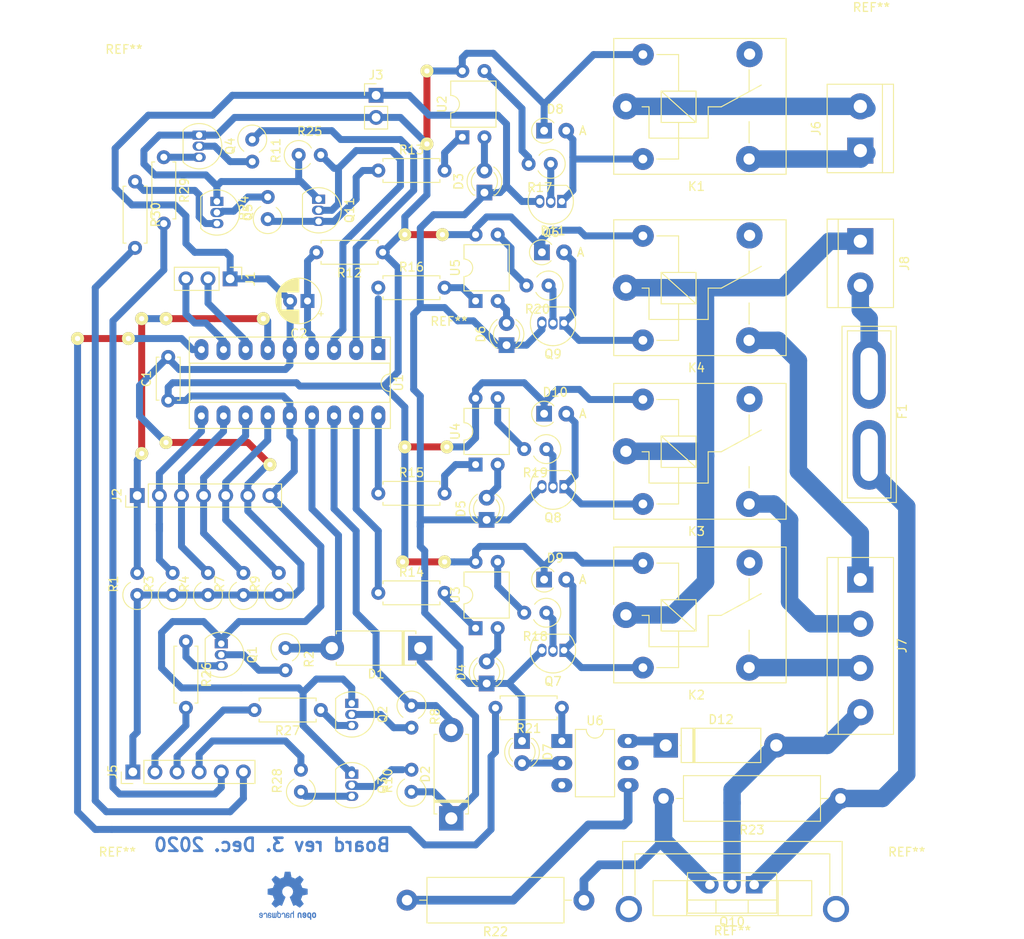
<source format=kicad_pcb>
(kicad_pcb (version 20171130) (host pcbnew 5.1.6-c6e7f7d~87~ubuntu19.10.1)
  (title_block (date 2020-12-07) (rev 3))
  (layers (0 F.Cu signal) (31 B.Cu signal) (34 B.Paste user) (35 F.Paste user) (36 B.SilkS user) (37 F.SilkS user) (38 B.Mask user) (39 F.Mask user) (44 Edge.Cuts user))
  (net 0 "")
  (net 1 VSS)
  (net 2 +5V)
  (net 3 "Net-(C2-Pad1)")
  (net 4 "Net-(D1-Pad2)")
  (net 5 "Net-(D1-Pad1)")
  (net 6 "Net-(D2-Pad2)")
  (net 7 "Net-(D3-Pad2)")
  (net 8 "Net-(D4-Pad2)")
  (net 9 "Net-(D5-Pad2)")
  (net 10 "Net-(D6-Pad2)")
  (net 11 "Net-(D7-Pad2)")
  (net 12 "Net-(D8-Pad2)")
  (net 13 "Net-(D9-Pad2)")
  (net 14 "Net-(D10-Pad2)")
  (net 15 "Net-(D11-Pad2)")
  (net 16 "Net-(D12-Pad2)")
  (net 17 "Net-(D12-Pad1)")
  (net 18 "Net-(J1-Pad3)")
  (net 19 "Net-(J2-Pad5)")
  (net 20 "Net-(J2-Pad4)")
  (net 21 "Net-(J2-Pad3)")
  (net 22 "Net-(J2-Pad2)")
  (net 23 "Net-(J2-Pad1)")
  (net 24 "Net-(J5-Pad5)")
  (net 25 "Net-(J5-Pad4)")
  (net 26 "Net-(J5-Pad3)")
  (net 27 "Net-(J5-Pad2)")
  (net 28 "Net-(J6-Pad2)")
  (net 29 "Net-(J6-Pad1)")
  (net 30 "Net-(J7-Pad3)")
  (net 31 "Net-(J7-Pad2)")
  (net 32 "Net-(J7-Pad1)")
  (net 33 "Net-(J8-Pad1)")
  (net 34 "Net-(Q1-Pad3)")
  (net 35 "Net-(Q1-Pad2)")
  (net 36 "Net-(Q2-Pad2)")
  (net 37 "Net-(Q3-Pad3)")
  (net 38 "Net-(Q3-Pad2)")
  (net 39 "Net-(Q4-Pad3)")
  (net 40 "Net-(Q4-Pad2)")
  (net 41 "Net-(Q5-Pad3)")
  (net 42 "Net-(Q5-Pad2)")
  (net 43 "Net-(Q6-Pad2)")
  (net 44 "Net-(Q7-Pad2)")
  (net 45 "Net-(Q8-Pad2)")
  (net 46 "Net-(Q9-Pad2)")
  (net 47 "Net-(Q10-Pad3)")
  (net 48 "Net-(Q11-Pad3)")
  (net 49 "Net-(Q11-Pad2)")
  (net 50 "Net-(R11-Pad1)")
  (net 51 "Net-(R13-Pad2)")
  (net 52 "Net-(R14-Pad2)")
  (net 53 "Net-(R14-Pad1)")
  (net 54 "Net-(R15-Pad2)")
  (net 55 "Net-(R15-Pad1)")
  (net 56 "Net-(R16-Pad2)")
  (net 57 "Net-(R16-Pad1)")
  (net 58 "Net-(R17-Pad2)")
  (net 59 "Net-(R18-Pad2)")
  (net 60 "Net-(R19-Pad2)")
  (net 61 "Net-(R20-Pad2)")
  (net 62 "Net-(R21-Pad2)")
  (net 63 "Net-(R21-Pad1)")
  (net 64 "Net-(R22-Pad2)")
  (net 65 "Net-(Q2-Pad3)")
  (net 66 "Net-(U6-Pad3)")
  (net 67 "Net-(U6-Pad5)")
  (net 68 "Net-(K1-Pad4)")
  (net 69 "Net-(K2-Pad4)")
  (net 70 "Net-(K3-Pad4)")
  (net 71 "Net-(K4-Pad4)")
  (net 72 "Net-(F1-Pad2)")
  (net 73 "Net-(F1-Pad1)")
  (net 74 "Net-(J1-Pad2)")
  (net 75 "Net-(J5-Pad6)")
  (module different:pad (layer F.Cu) (at 96.266 54.356)
    (fp_text reference "" hide)
    (fp_text value "" (at 0 0) (layer F.SilkS))
    (pad 1 thru_hole circle (at 0 0) (size 1.5 1.5) (drill 0.6) (layers *.Cu *.Mask F.SilkS))
  )
  (module different:pad (layer F.Cu) (at 106.426 66.294)
    (fp_text reference "" hide)
    (fp_text value "" (at 0 0) (layer F.SilkS))
    (pad 1 thru_hole circle (at 0 0) (size 1.5 1.5) (drill 0.6) (layers *.Cu *.Mask F.SilkS))
  )
  (module different:pad (layer F.Cu) (at 118.364 68.834)
    (fp_text reference "" hide)
    (fp_text value "" (at 0 0) (layer F.SilkS))
    (pad 1 thru_hole circle (at 0 0) (size 1.5 1.5) (drill 0.6) (layers *.Cu *.Mask F.SilkS))
  )
  (module different:pad (layer F.Cu) (at 102.108 54.356)
    (fp_text reference "" hide)
    (fp_text value "" (at 0 0) (layer F.SilkS))
    (pad 1 thru_hole circle (at 0 0) (size 1.5 1.5) (drill 0.6) (layers *.Cu *.Mask F.SilkS))
  )
  (module Resistor_THT:R_Axial_DIN0207_L6.3mm_D2.5mm_P7.62mm_Horizontal (layer F.Cu) (at 102.87 36.322 270)
    (fp_text reference R30 (at 3.81 -2.37 90) (layer F.SilkS))
    (fp_text value 240)
    (pad 2 thru_hole oval (at 7.62 0 270) (size 1.6 1.6) (drill 0.8) (layers *.Cu *.Mask) (net 75 "Net-(J5-Pad6)"))
    (pad 1 thru_hole circle (at 0 0 270) (size 1.6 1.6) (drill 0.8) (layers *.Cu *.Mask) (net 41 "Net-(Q5-Pad3)"))
  )
  (module Fuse:Fuse_Blade_ATO_directSolder (layer F.Cu) (at 187.198 58.42 270)
    (fp_text reference F1 (at 4.318 -3.81 90) (layer F.SilkS))
    (fp_text value Fuse)
    (pad 2 thru_hole oval (at 9.3 0 270) (size 8 3.8) (drill oval 6 2) (layers *.Cu *.Mask) (net 72 "Net-(F1-Pad2)"))
    (pad 1 thru_hole oval (at 0 0 270) (size 8 3.8) (drill oval 6 2) (layers *.Cu *.Mask) (net 73 "Net-(F1-Pad1)"))
  )
  (module TerminalBlock:TerminalBlock_bornier-2_P5.08mm (layer F.Cu) (at 186.182 43.18 270)
    (fp_text reference J8 (at 2.54 -5.08 90) (layer F.SilkS))
    (fp_text value "AC 220v in")
    (pad 2 thru_hole circle (at 5.08 0 270) (size 3 3) (drill 1.52) (layers *.Cu *.Mask) (net 73 "Net-(F1-Pad1)"))
    (pad 1 thru_hole rect (at 0 0 270) (size 3 3) (drill 1.52) (layers *.Cu *.Mask) (net 33 "Net-(J8-Pad1)"))
  )
  (module TerminalBlock:TerminalBlock_bornier-4_P5.08mm (layer F.Cu) (at 186.182 82.042 270)
    (fp_text reference J7 (at 7.6 -4.8 90) (layer F.SilkS))
    (fp_text value "Motor cois")
    (pad 4 thru_hole circle (at 15.24 0 270) (size 3 3) (drill 1.52) (layers *.Cu *.Mask) (net 16 "Net-(D12-Pad2)"))
    (pad 1 thru_hole rect (at 0 0 270) (size 3 3) (drill 1.52) (layers *.Cu *.Mask) (net 32 "Net-(J7-Pad1)"))
    (pad 3 thru_hole circle (at 10.16 0 270) (size 3 3) (drill 1.52) (layers *.Cu *.Mask) (net 30 "Net-(J7-Pad3)"))
    (pad 2 thru_hole circle (at 5.08 0 270) (size 3 3) (drill 1.52) (layers *.Cu *.Mask) (net 31 "Net-(J7-Pad2)"))
  )
  (module TerminalBlock:TerminalBlock_bornier-2_P5.08mm (layer F.Cu) (at 186.182 32.766 90)
    (fp_text reference J6 (at 2.54 -5.08 90) (layer F.SilkS))
    (fp_text value Light)
    (pad 2 thru_hole circle (at 5.08 0 90) (size 3 3) (drill 1.52) (layers *.Cu *.Mask) (net 28 "Net-(J6-Pad2)"))
    (pad 1 thru_hole rect (at 0 0 90) (size 3 3) (drill 1.52) (layers *.Cu *.Mask) (net 29 "Net-(J6-Pad1)"))
  )
  (module Relay_THT:Relay_SPDT_SANYOU_SRD_Series_Form_C (layer F.Cu) (at 159.258 27.686)
    (fp_text reference K1 (at 8.1 9.2) (layer F.SilkS))
    (fp_text value SANYOU_SRD_Form_C)
    (pad 1 thru_hole circle (at 0 0 90) (size 3 3) (drill 1.3) (layers *.Cu *.Mask) (net 28 "Net-(J6-Pad2)"))
    (pad 5 thru_hole circle (at 1.95 -5.95 90) (size 2.5 2.5) (drill 1) (layers *.Cu *.Mask) (net 2 +5V))
    (pad 4 thru_hole circle (at 14.2 -6 90) (size 3 3) (drill 1.3) (layers *.Cu *.Mask) (net 68 "Net-(K1-Pad4)"))
    (pad 3 thru_hole circle (at 14.15 6.05 90) (size 3 3) (drill 1.3) (layers *.Cu *.Mask) (net 29 "Net-(J6-Pad1)"))
    (pad 2 thru_hole circle (at 1.95 6.05 90) (size 2.5 2.5) (drill 1) (layers *.Cu *.Mask) (net 12 "Net-(D8-Pad2)"))
  )
  (module Relay_THT:Relay_SPDT_SANYOU_SRD_Series_Form_C (layer F.Cu) (at 159.258 86.106)
    (fp_text reference K2 (at 8.1 9.2) (layer F.SilkS))
    (fp_text value SANYOU_SRD_Form_C)
    (pad 1 thru_hole circle (at 0 0 90) (size 3 3) (drill 1.3) (layers *.Cu *.Mask) (net 33 "Net-(J8-Pad1)"))
    (pad 5 thru_hole circle (at 1.95 -5.95 90) (size 2.5 2.5) (drill 1) (layers *.Cu *.Mask) (net 2 +5V))
    (pad 4 thru_hole circle (at 14.2 -6 90) (size 3 3) (drill 1.3) (layers *.Cu *.Mask) (net 69 "Net-(K2-Pad4)"))
    (pad 3 thru_hole circle (at 14.15 6.05 90) (size 3 3) (drill 1.3) (layers *.Cu *.Mask) (net 30 "Net-(J7-Pad3)"))
    (pad 2 thru_hole circle (at 1.95 6.05 90) (size 2.5 2.5) (drill 1) (layers *.Cu *.Mask) (net 13 "Net-(D9-Pad2)"))
  )
  (module Relay_THT:Relay_SPDT_SANYOU_SRD_Series_Form_C (layer F.Cu) (at 159.258 48.514)
    (fp_text reference K4 (at 8.1 9.2) (layer F.SilkS))
    (fp_text value SANYOU_SRD_Form_C)
    (pad 1 thru_hole circle (at 0 0 90) (size 3 3) (drill 1.3) (layers *.Cu *.Mask) (net 33 "Net-(J8-Pad1)"))
    (pad 5 thru_hole circle (at 1.95 -5.95 90) (size 2.5 2.5) (drill 1) (layers *.Cu *.Mask) (net 2 +5V))
    (pad 4 thru_hole circle (at 14.2 -6 90) (size 3 3) (drill 1.3) (layers *.Cu *.Mask) (net 71 "Net-(K4-Pad4)"))
    (pad 3 thru_hole circle (at 14.15 6.05 90) (size 3 3) (drill 1.3) (layers *.Cu *.Mask) (net 32 "Net-(J7-Pad1)"))
    (pad 2 thru_hole circle (at 1.95 6.05 90) (size 2.5 2.5) (drill 1) (layers *.Cu *.Mask) (net 15 "Net-(D11-Pad2)"))
  )
  (module different:pad (layer F.Cu) (at 133.858 42.418)
    (fp_text reference "" hide)
    (fp_text value "" (at 0 0) (layer F.SilkS))
    (pad 1 thru_hole circle (at 0 0) (size 1.5 1.5) (drill 0.6) (layers *.Cu *.Mask F.SilkS))
  )
  (module MountingHole:MountingHole_3.2mm_M3_ISO14580 (layer F.Cu) (at 138.938 56.134)
    (fp_text reference REF** (at 0 -3.75) (layer F.SilkS))
    (fp_text value MountingHole_3.2mm_M3_ISO14580)
    (pad 1 np_thru_hole circle (at 0 0) (size 3.2 3.2) (drill 3.2) (layers *.Cu *.Mask))
  )
  (module Diode_THT:D_A-405_P2.54mm_Vertical_AnodeUp (layer F.Cu) (at 149.606 44.45)
    (fp_text reference D11 (at 1.27 -2.47) (layer F.SilkS))
    (fp_text value 1N4148)
    (fp_text user A (at 4.44 0) (layer F.SilkS))
    (pad 2 thru_hole oval (at 2.54 0) (size 1.8 1.8) (drill 0.9) (layers *.Cu *.Mask) (net 15 "Net-(D11-Pad2)"))
    (pad 1 thru_hole rect (at 0 0) (size 1.8 1.8) (drill 0.9) (layers *.Cu *.Mask) (net 2 +5V))
  )
  (module Diode_THT:D_A-405_P2.54mm_Vertical_AnodeUp (layer F.Cu) (at 149.86 62.992)
    (fp_text reference D10 (at 1.27 -2.47) (layer F.SilkS))
    (fp_text value 1N4148)
    (fp_text user A (at 4.44 0) (layer F.SilkS))
    (pad 2 thru_hole oval (at 2.54 0) (size 1.8 1.8) (drill 0.9) (layers *.Cu *.Mask) (net 14 "Net-(D10-Pad2)"))
    (pad 1 thru_hole rect (at 0 0) (size 1.8 1.8) (drill 0.9) (layers *.Cu *.Mask) (net 2 +5V))
  )
  (module Diode_THT:D_A-405_P2.54mm_Vertical_AnodeUp (layer F.Cu) (at 149.86 82.042)
    (fp_text reference D9 (at 1.27 -2.47) (layer F.SilkS))
    (fp_text value 1N4148)
    (fp_text user A (at 4.44 0) (layer F.SilkS))
    (pad 2 thru_hole oval (at 2.54 0) (size 1.8 1.8) (drill 0.9) (layers *.Cu *.Mask) (net 13 "Net-(D9-Pad2)"))
    (pad 1 thru_hole rect (at 0 0) (size 1.8 1.8) (drill 0.9) (layers *.Cu *.Mask) (net 2 +5V))
  )
  (module Diode_THT:D_A-405_P2.54mm_Vertical_AnodeUp (layer F.Cu) (at 149.86 30.48)
    (fp_text reference D8 (at 1.27 -2.47) (layer F.SilkS))
    (fp_text value 1N4148)
    (fp_text user A (at 4.44 0) (layer F.SilkS))
    (pad 2 thru_hole oval (at 2.54 0) (size 1.8 1.8) (drill 0.9) (layers *.Cu *.Mask) (net 12 "Net-(D8-Pad2)"))
    (pad 1 thru_hole rect (at 0 0) (size 1.8 1.8) (drill 0.9) (layers *.Cu *.Mask) (net 2 +5V))
  )
  (module Symbol:OSHW-Logo2_7.3x6mm_Copper (layer B.Cu) (at 120.396 118.364 180)
    (fp_text reference REF** hide)
    (fp_text value OSHW-Logo2_7.3x6mm_Copper hide)
    (fp_poly (pts (xy -2.400256 -1.919918) (xy -2.344799 -1.947568) (xy -2.295852 -1.99848) (xy -2.282371 -2.017338) (xy -2.267686 -2.042015) (xy -2.258158 -2.068816) (xy -2.252707 -2.104587) (xy -2.250253 -2.156169) (xy -2.249714 -2.224267) (xy -2.252148 -2.317588) (xy -2.260606 -2.387657) (xy -2.276826 -2.439931) (xy -2.302546 -2.479869) (xy -2.339503 -2.512929) (xy -2.342218 -2.514886) (xy -2.37864 -2.534908) (xy -2.422498 -2.544815) (xy -2.478276 -2.547257) (xy -2.568952 -2.547257) (xy -2.56899 -2.635283) (xy -2.569834 -2.684308) (xy -2.574976 -2.713065) (xy -2.588413 -2.730311) (xy -2.614142 -2.744808) (xy -2.620321 -2.747769) (xy -2.649236 -2.761648) (xy -2.671624 -2.770414) (xy -2.688271 -2.771171) (xy -2.699964 -2.761023) (xy -2.70749 -2.737073) (xy -2.711634 -2.696426) (xy -2.713185 -2.636186) (xy -2.712929 -2.553455) (xy -2.711651 -2.445339) (xy -2.711252 -2.413) (xy -2.709815 -2.301524) (xy -2.708528 -2.228603) (xy -2.569029 -2.228603) (xy -2.568245 -2.290499) (xy -2.56476 -2.330997) (xy -2.556876 -2.357708) (xy -2.542895 -2.378244) (xy -2.533403 -2.38826) (xy -2.494596 -2.417567) (xy -2.460237 -2.419952) (xy -2.424784 -2.39575) (xy -2.423886 -2.394857) (xy -2.409461 -2.376153) (xy -2.400687 -2.350732) (xy -2.396261 -2.311584) (xy -2.394882 -2.251697) (xy -2.394857 -2.23843) (xy -2.398188 -2.155901) (xy -2.409031 -2.098691) (xy -2.42866 -2.063766) (xy -2.45835 -2.048094) (xy -2.475509 -2.046514) (xy -2.516234 -2.053926) (xy -2.544168 -2.07833) (xy -2.560983 -2.12298) (xy -2.56835 -2.19113) (xy -2.569029 -2.228603) (xy -2.708528 -2.228603) (xy -2.708292 -2.215245) (xy -2.706323 -2.150333) (xy -2.70355 -2.102958) (xy -2.699612 -2.06929) (xy -2.694151 -2.045498) (xy -2.686808 -2.027753) (xy -2.677223 -2.012224) (xy -2.673113 -2.006381) (xy -2.618595 -1.951185) (xy -2.549664 -1.91989) (xy -2.469928 -1.911165) (xy -2.400256 -1.919918)) (layer B.Cu) (width 0.01))
    (fp_poly (pts (xy -1.283907 -1.92778) (xy -1.237328 -1.954723) (xy -1.204943 -1.981466) (xy -1.181258 -2.009484) (xy -1.164941 -2.043748) (xy -1.154661 -2.089227) (xy -1.149086 -2.150892) (xy -1.146884 -2.233711) (xy -1.146629 -2.293246) (xy -1.146629 -2.512391) (xy -1.208314 -2.540044) (xy -1.27 -2.567697) (xy -1.277257 -2.32767) (xy -1.280256 -2.238028) (xy -1.283402 -2.172962) (xy -1.287299 -2.128026) (xy -1.292553 -2.09877) (xy -1.299769 -2.080748) (xy -1.30955 -2.069511) (xy -1.312688 -2.067079) (xy -1.360239 -2.048083) (xy -1.408303 -2.0556) (xy -1.436914 -2.075543) (xy -1.448553 -2.089675) (xy -1.456609 -2.10822) (xy -1.461729 -2.136334) (xy -1.464559 -2.179173) (xy -1.465744 -2.241895) (xy -1.465943 -2.307261) (xy -1.465982 -2.389268) (xy -1.467386 -2.447316) (xy -1.472086 -2.486465) (xy -1.482013 -2.51178) (xy -1.499097 -2.528323) (xy -1.525268 -2.541156) (xy -1.560225 -2.554491) (xy -1.598404 -2.569007) (xy -1.593859 -2.311389) (xy -1.592029 -2.218519) (xy -1.589888 -2.149889) (xy -1.586819 -2.100711) (xy -1.582206 -2.066198) (xy -1.575432 -2.041562) (xy -1.565881 -2.022016) (xy -1.554366 -2.00477) (xy -1.49881 -1.94968) (xy -1.43102 -1.917822) (xy -1.357287 -1.910191) (xy -1.283907 -1.92778)) (layer B.Cu) (width 0.01))
    (fp_poly (pts (xy -2.958885 -1.921962) (xy -2.890855 -1.957733) (xy -2.840649 -2.015301) (xy -2.822815 -2.052312) (xy -2.808937 -2.107882) (xy -2.801833 -2.178096) (xy -2.80116 -2.254727) (xy -2.806573 -2.329552) (xy -2.81773 -2.394342) (xy -2.834286 -2.440873) (xy -2.839374 -2.448887) (xy -2.899645 -2.508707) (xy -2.971231 -2.544535) (xy -3.048908 -2.55502) (xy -3.127452 -2.53881) (xy -3.149311 -2.529092) (xy -3.191878 -2.499143) (xy -3.229237 -2.459433) (xy -3.232768 -2.454397) (xy -3.247119 -2.430124) (xy -3.256606 -2.404178) (xy -3.26221 -2.370022) (xy -3.264914 -2.321119) (xy -3.265701 -2.250935) (xy -3.265714 -2.2352) (xy -3.265678 -2.230192) (xy -3.120571 -2.230192) (xy -3.119727 -2.29643) (xy -3.116404 -2.340386) (xy -3.109417 -2.368779) (xy -3.097584 -2.388325) (xy -3.091543 -2.394857) (xy -3.056814 -2.41968) (xy -3.023097 -2.418548) (xy -2.989005 -2.397016) (xy -2.968671 -2.374029) (xy -2.956629 -2.340478) (xy -2.949866 -2.287569) (xy -2.949402 -2.281399) (xy -2.948248 -2.185513) (xy -2.960312 -2.114299) (xy -2.98543 -2.068194) (xy -3.02344 -2.047635) (xy -3.037008 -2.046514) (xy -3.072636 -2.052152) (xy -3.097006 -2.071686) (xy -3.111907 -2.109042) (xy -3.119125 -2.16815) (xy -3.120571 -2.230192) (xy -3.265678 -2.230192) (xy -3.265174 -2.160413) (xy -3.262904 -2.108159) (xy -3.257932 -2.071949) (xy -3.249287 -2.045299) (xy -3.235995 -2.021722) (xy -3.233057 -2.017338) (xy -3.183687 -1.958249) (xy -3.129891 -1.923947) (xy -3.064398 -1.910331) (xy -3.042158 -1.909665) (xy -2.958885 -1.921962)) (layer B.Cu) (width 0.01))
    (fp_poly (pts (xy -1.831697 -1.931239) (xy -1.774473 -1.969735) (xy -1.730251 -2.025335) (xy -1.703833 -2.096086) (xy -1.69849 -2.148162) (xy -1.699097 -2.169893) (xy -1.704178 -2.186531) (xy -1.718145 -2.201437) (xy -1.745411 -2.217973) (xy -1.790388 -2.239498) (xy -1.857489 -2.269374) (xy -1.857829 -2.269524) (xy -1.919593 -2.297813) (xy -1.970241 -2.322933) (xy -2.004596 -2.342179) (xy -2.017482 -2.352848) (xy -2.017486 -2.352934) (xy -2.006128 -2.376166) (xy -1.979569 -2.401774) (xy -1.949077 -2.420221) (xy -1.93363 -2.423886) (xy -1.891485 -2.411212) (xy -1.855192 -2.379471) (xy -1.837483 -2.344572) (xy -1.820448 -2.318845) (xy -1.787078 -2.289546) (xy -1.747851 -2.264235) (xy -1.713244 -2.250471) (xy -1.706007 -2.249714) (xy -1.697861 -2.26216) (xy -1.69737 -2.293972) (xy -1.703357 -2.336866) (xy -1.714643 -2.382558) (xy -1.73005 -2.422761) (xy -1.730829 -2.424322) (xy -1.777196 -2.489062) (xy -1.837289 -2.533097) (xy -1.905535 -2.554711) (xy -1.976362 -2.552185) (xy -2.044196 -2.523804) (xy -2.047212 -2.521808) (xy -2.100573 -2.473448) (xy -2.13566 -2.410352) (xy -2.155078 -2.327387) (xy -2.157684 -2.304078) (xy -2.162299 -2.194055) (xy -2.156767 -2.142748) (xy -2.017486 -2.142748) (xy -2.015676 -2.174753) (xy -2.005778 -2.184093) (xy -1.981102 -2.177105) (xy -1.942205 -2.160587) (xy -1.898725 -2.139881) (xy -1.897644 -2.139333) (xy -1.860791 -2.119949) (xy -1.846 -2.107013) (xy -1.849647 -2.093451) (xy -1.865005 -2.075632) (xy -1.904077 -2.049845) (xy -1.946154 -2.04795) (xy -1.983897 -2.066717) (xy -2.009966 -2.102915) (xy -2.017486 -2.142748) (xy -2.156767 -2.142748) (xy -2.152806 -2.106027) (xy -2.12845 -2.036212) (xy -2.094544 -1.987302) (xy -2.033347 -1.937878) (xy -1.965937 -1.913359) (xy -1.89712 -1.911797) (xy -1.831697 -1.931239)) (layer B.Cu) (width 0.01))
    (fp_poly (pts (xy -0.624114 -1.851289) (xy -0.619861 -1.910613) (xy -0.614975 -1.945572) (xy -0.608205 -1.96082) (xy -0.598298 -1.961015) (xy -0.595086 -1.959195) (xy -0.552356 -1.946015) (xy -0.496773 -1.946785) (xy -0.440263 -1.960333) (xy -0.404918 -1.977861) (xy -0.368679 -2.005861) (xy -0.342187 -2.037549) (xy -0.324001 -2.077813) (xy -0.312678 -2.131543) (xy -0.306778 -2.203626) (xy -0.304857 -2.298951) (xy -0.304823 -2.317237) (xy -0.3048 -2.522646) (xy -0.350509 -2.53858) (xy -0.382973 -2.54942) (xy -0.400785 -2.554468) (xy -0.401309 -2.554514) (xy -0.403063 -2.540828) (xy -0.404556 -2.503076) (xy -0.405674 -2.446224) (xy -0.406303 -2.375234) (xy -0.4064 -2.332073) (xy -0.406602 -2.246973) (xy -0.407642 -2.185981) (xy -0.410169 -2.144177) (xy -0.414836 -2.116642) (xy -0.422293 -2.098456) (xy -0.433189 -2.084698) (xy -0.439993 -2.078073) (xy -0.486728 -2.051375) (xy -0.537728 -2.049375) (xy -0.583999 -2.071955) (xy -0.592556 -2.080107) (xy -0.605107 -2.095436) (xy -0.613812 -2.113618) (xy -0.619369 -2.139909) (xy -0.622474 -2.179562) (xy -0.623824 -2.237832) (xy -0.624114 -2.318173) (xy -0.624114 -2.522646) (xy -0.669823 -2.53858) (xy -0.702287 -2.54942) (xy -0.720099 -2.554468) (xy -0.720623 -2.554514) (xy -0.721963 -2.540623) (xy -0.723172 -2.501439) (xy -0.724199 -2.4407) (xy -0.724998 -2.362141) (xy -0.725519 -2.269498) (xy -0.725714 -2.166509) (xy -0.725714 -1.769342) (xy -0.678543 -1.749444) (xy -0.631371 -1.729547) (xy -0.624114 -1.851289)) (layer B.Cu) (width 0.01))
    (fp_poly (pts (xy 0.039744 -1.950968) (xy 0.096616 -1.972087) (xy 0.097267 -1.972493) (xy 0.13244 -1.99838) (xy 0.158407 -2.028633) (xy 0.17667 -2.068058) (xy 0.188732 -2.121462) (xy 0.196096 -2.193651) (xy 0.200264 -2.289432) (xy 0.200629 -2.303078) (xy 0.205876 -2.508842) (xy 0.161716 -2.531678) (xy 0.129763 -2.54711) (xy 0.11047 -2.554423) (xy 0.109578 -2.554514) (xy 0.106239 -2.541022) (xy 0.103587 -2.504626) (xy 0.101956 -2.451452) (xy 0.1016 -2.408393) (xy 0.101592 -2.338641) (xy 0.098403 -2.294837) (xy 0.087288 -2.273944) (xy 0.063501 -2.272925) (xy 0.022296 -2.288741) (xy -0.039914 -2.317815) (xy -0.085659 -2.341963) (xy -0.109187 -2.362913) (xy -0.116104 -2.385747) (xy -0.116114 -2.386877) (xy -0.104701 -2.426212) (xy -0.070908 -2.447462) (xy -0.019191 -2.450539) (xy 0.018061 -2.450006) (xy 0.037703 -2.460735) (xy 0.049952 -2.486505) (xy 0.057002 -2.519337) (xy 0.046842 -2.537966) (xy 0.043017 -2.540632) (xy 0.007001 -2.55134) (xy -0.043434 -2.552856) (xy -0.095374 -2.545759) (xy -0.132178 -2.532788) (xy -0.183062 -2.489585) (xy -0.211986 -2.429446) (xy -0.217714 -2.382462) (xy -0.213343 -2.340082) (xy -0.197525 -2.305488) (xy -0.166203 -2.274763) (xy -0.115322 -2.24399) (xy -0.040824 -2.209252) (xy -0.036286 -2.207288) (xy 0.030821 -2.176287) (xy 0.072232 -2.150862) (xy 0.089981 -2.128014) (xy 0.086107 -2.104745) (xy 0.062643 -2.078056) (xy 0.055627 -2.071914) (xy 0.00863 -2.0481) (xy -0.040067 -2.049103) (xy -0.082478 -2.072451) (xy -0.110616 -2.115675) (xy -0.113231 -2.12416) (xy -0.138692 -2.165308) (xy -0.170999 -2.185128) (xy -0.217714 -2.20477) (xy -0.217714 -2.15395) (xy -0.203504 -2.080082) (xy -0.161325 -2.012327) (xy -0.139376 -1.989661) (xy -0.089483 -1.960569) (xy -0.026033 -1.9474) (xy 0.039744 -1.950968)) (layer B.Cu) (width 0.01))
    (fp_poly (pts (xy 0.529926 -1.949755) (xy 0.595858 -1.974084) (xy 0.649273 -2.017117) (xy 0.670164 -2.047409) (xy 0.692939 -2.102994) (xy 0.692466 -2.143186) (xy 0.668562 -2.170217) (xy 0.659717 -2.174813) (xy 0.62153 -2.189144) (xy 0.602028 -2.185472) (xy 0.595422 -2.161407) (xy 0.595086 -2.148114) (xy 0.582992 -2.09921) (xy 0.551471 -2.064999) (xy 0.507659 -2.048476) (xy 0.458695 -2.052634) (xy 0.418894 -2.074227) (xy 0.40545 -2.086544) (xy 0.395921 -2.101487) (xy 0.389485 -2.124075) (xy 0.385317 -2.159328) (xy 0.382597 -2.212266) (xy 0.380502 -2.287907) (xy 0.37996 -2.311857) (xy 0.377981 -2.39379) (xy 0.375731 -2.451455) (xy 0.372357 -2.489608) (xy 0.367006 -2.513004) (xy 0.358824 -2.526398) (xy 0.346959 -2.534545) (xy 0.339362 -2.538144) (xy 0.307102 -2.550452) (xy 0.288111 -2.554514) (xy 0.281836 -2.540948) (xy 0.278006 -2.499934) (xy 0.2766 -2.430999) (xy 0.277598 -2.333669) (xy 0.277908 -2.318657) (xy 0.280101 -2.229859) (xy 0.282693 -2.165019) (xy 0.286382 -2.119067) (xy 0.291864 -2.086935) (xy 0.299835 -2.063553) (xy 0.310993 -2.043852) (xy 0.31683 -2.03541) (xy 0.350296 -1.998057) (xy 0.387727 -1.969003) (xy 0.392309 -1.966467) (xy 0.459426 -1.946443) (xy 0.529926 -1.949755)) (layer B.Cu) (width 0.01))
    (fp_poly (pts (xy 1.190117 -2.065358) (xy 1.189933 -2.173837) (xy 1.189219 -2.257287) (xy 1.187675 -2.319704) (xy 1.185001 -2.365085) (xy 1.180894 -2.397429) (xy 1.175055 -2.420733) (xy 1.167182 -2.438995) (xy 1.161221 -2.449418) (xy 1.111855 -2.505945) (xy 1.049264 -2.541377) (xy 0.980013 -2.55409) (xy 0.910668 -2.542463) (xy 0.869375 -2.521568) (xy 0.826025 -2.485422) (xy 0.796481 -2.441276) (xy 0.778655 -2.383462) (xy 0.770463 -2.306313) (xy 0.769302 -2.249714) (xy 0.769458 -2.245647) (xy 0.870857 -2.245647) (xy 0.871476 -2.31055) (xy 0.874314 -2.353514) (xy 0.88084 -2.381622) (xy 0.892523 -2.401953) (xy 0.906483 -2.417288) (xy 0.953365 -2.44689) (xy 1.003701 -2.449419) (xy 1.051276 -2.424705) (xy 1.054979 -2.421356) (xy 1.070783 -2.403935) (xy 1.080693 -2.383209) (xy 1.086058 -2.352362) (xy 1.088228 -2.304577) (xy 1.088571 -2.251748) (xy 1.087827 -2.185381) (xy 1.084748 -2.141106) (xy 1.078061 -2.112009) (xy 1.066496 -2.091173) (xy 1.057013 -2.080107) (xy 1.01296 -2.052198) (xy 0.962224 -2.048843) (xy 0.913796 -2.070159) (xy 0.90445 -2.078073) (xy 0.88854 -2.095647) (xy 0.87861 -2.116587) (xy 0.873278 -2.147782) (xy 0.871163 -2.196122) (xy 0.870857 -2.245647) (xy 0.769458 -2.245647) (xy 0.77281 -2.158568) (xy 0.784726 -2.090086) (xy 0.807135 -2.0386) (xy 0.842124 -1.998443) (xy 0.869375 -1.977861) (xy 0.918907 -1.955625) (xy 0.976316 -1.945304) (xy 1.029682 -1.948067) (xy 1.059543 -1.959212) (xy 1.071261 -1.962383) (xy 1.079037 -1.950557) (xy 1.084465 -1.918866) (xy 1.088571 -1.870593) (xy 1.093067 -1.816829) (xy 1.099313 -1.784482) (xy 1.110676 -1.765985) (xy 1.130528 -1.75377) (xy 1.143 -1.748362) (xy 1.190171 -1.728601) (xy 1.190117 -2.065358)) (layer B.Cu) (width 0.01))
    (fp_poly (pts (xy 1.779833 -1.958663) (xy 1.782048 -1.99685) (xy 1.783784 -2.054886) (xy 1.784899 -2.12818) (xy 1.785257 -2.205055) (xy 1.785257 -2.465196) (xy 1.739326 -2.511127) (xy 1.707675 -2.539429) (xy 1.67989 -2.550893) (xy 1.641915 -2.550168) (xy 1.62684 -2.548321) (xy 1.579726 -2.542948) (xy 1.540756 -2.539869) (xy 1.531257 -2.539585) (xy 1.499233 -2.541445) (xy 1.453432 -2.546114) (xy 1.435674 -2.548321) (xy 1.392057 -2.551735) (xy 1.362745 -2.54432) (xy 1.33368 -2.521427) (xy 1.323188 -2.511127) (xy 1.277257 -2.465196) (xy 1.277257 -1.978602) (xy 1.314226 -1.961758) (xy 1.346059 -1.949282) (xy 1.364683 -1.944914) (xy 1.369458 -1.958718) (xy 1.373921 -1.997286) (xy 1.377775 -2.056356) (xy 1.380722 -2.131663) (xy 1.382143 -2.195286) (xy 1.386114 -2.445657) (xy 1.420759 -2.450556) (xy 1.452268 -2.447131) (xy 1.467708 -2.436041) (xy 1.472023 -2.415308) (xy 1.475708 -2.371145) (xy 1.478469 -2.309146) (xy 1.480012 -2.234909) (xy 1.480235 -2.196706) (xy 1.480457 -1.976783) (xy 1.526166 -1.960849) (xy 1.558518 -1.950015) (xy 1.576115 -1.944962) (xy 1.576623 -1.944914) (xy 1.578388 -1.958648) (xy 1.580329 -1.99673) (xy 1.582282 -2.054482) (xy 1.584084 -2.127227) (xy 1.585343 -2.195286) (xy 1.589314 -2.445657) (xy 1.6764 -2.445657) (xy 1.680396 -2.21724) (xy 1.684392 -1.988822) (xy 1.726847 -1.966868) (xy 1.758192 -1.951793) (xy 1.776744 -1.944951) (xy 1.777279 -1.944914) (xy 1.779833 -1.958663)) (layer B.Cu) (width 0.01))
    (fp_poly (pts (xy 2.144876 -1.956335) (xy 2.186667 -1.975344) (xy 2.219469 -1.998378) (xy 2.243503 -2.024133) (xy 2.260097 -2.057358) (xy 2.270577 -2.1028) (xy 2.276271 -2.165207) (xy 2.278507 -2.249327) (xy 2.278743 -2.304721) (xy 2.278743 -2.520826) (xy 2.241774 -2.53767) (xy 2.212656 -2.549981) (xy 2.198231 -2.554514) (xy 2.195472 -2.541025) (xy 2.193282 -2.504653) (xy 2.191942 -2.451542) (xy 2.191657 -2.409372) (xy 2.190434 -2.348447) (xy 2.187136 -2.300115) (xy 2.182321 -2.270518) (xy 2.178496 -2.264229) (xy 2.152783 -2.270652) (xy 2.112418 -2.287125) (xy 2.065679 -2.309458) (xy 2.020845 -2.333457) (xy 1.986193 -2.35493) (xy 1.970002 -2.369685) (xy 1.969938 -2.369845) (xy 1.97133 -2.397152) (xy 1.983818 -2.423219) (xy 2.005743 -2.444392) (xy 2.037743 -2.451474) (xy 2.065092 -2.450649) (xy 2.103826 -2.450042) (xy 2.124158 -2.459116) (xy 2.136369 -2.483092) (xy 2.137909 -2.487613) (xy 2.143203 -2.521806) (xy 2.129047 -2.542568) (xy 2.092148 -2.552462) (xy 2.052289 -2.554292) (xy 1.980562 -2.540727) (xy 1.943432 -2.521355) (xy 1.897576 -2.475845) (xy 1.873256 -2.419983) (xy 1.871073 -2.360957) (xy 1.891629 -2.305953) (xy 1.922549 -2.271486) (xy 1.95342 -2.252189) (xy 2.001942 -2.227759) (xy 2.058485 -2.202985) (xy 2.06791 -2.199199) (xy 2.130019 -2.171791) (xy 2.165822 -2.147634) (xy 2.177337 -2.123619) (xy 2.16658 -2.096635) (xy 2.148114 -2.075543) (xy 2.104469 -2.049572) (xy 2.056446 -2.047624) (xy 2.012406 -2.067637) (xy 1.980709 -2.107551) (xy 1.976549 -2.117848) (xy 1.952327 -2.155724) (xy 1.916965 -2.183842) (xy 1.872343 -2.206917) (xy 1.872343 -2.141485) (xy 1.874969 -2.101506) (xy 1.88623 -2.069997) (xy 1.911199 -2.036378) (xy 1.935169 -2.010484) (xy 1.972441 -1.973817) (xy 2.001401 -1.954121) (xy 2.032505 -1.94622) (xy 2.067713 -1.944914) (xy 2.144876 -1.956335)) (layer B.Cu) (width 0.01))
    (fp_poly (pts (xy 2.6526 -1.958752) (xy 2.669948 -1.966334) (xy 2.711356 -1.999128) (xy 2.746765 -2.046547) (xy 2.768664 -2.097151) (xy 2.772229 -2.122098) (xy 2.760279 -2.156927) (xy 2.734067 -2.175357) (xy 2.705964 -2.186516) (xy 2.693095 -2.188572) (xy 2.686829 -2.173649) (xy 2.674456 -2.141175) (xy 2.669028 -2.126502) (xy 2.63859 -2.075744) (xy 2.59452 -2.050427) (xy 2.53801 -2.051206) (xy 2.533825 -2.052203) (xy 2.503655 -2.066507) (xy 2.481476 -2.094393) (xy 2.466327 -2.139287) (xy 2.45725 -2.204615) (xy 2.453286 -2.293804) (xy 2.452914 -2.341261) (xy 2.45273 -2.416071) (xy 2.451522 -2.467069) (xy 2.448309 -2.499471) (xy 2.442109 -2.518495) (xy 2.43194 -2.529356) (xy 2.416819 -2.537272) (xy 2.415946 -2.53767) (xy 2.386828 -2.549981) (xy 2.372403 -2.554514) (xy 2.370186 -2.540809) (xy 2.368289 -2.502925) (xy 2.366847 -2.445715) (xy 2.365998 -2.374027) (xy 2.365829 -2.321565) (xy 2.366692 -2.220047) (xy 2.37007 -2.143032) (xy 2.377142 -2.086023) (xy 2.389088 -2.044526) (xy 2.40709 -2.014043) (xy 2.432327 -1.99008) (xy 2.457247 -1.973355) (xy 2.517171 -1.951097) (xy 2.586911 -1.946076) (xy 2.6526 -1.958752)) (layer B.Cu) (width 0.01))
    (fp_poly (pts (xy 3.153595 -1.966966) (xy 3.211021 -2.004497) (xy 3.238719 -2.038096) (xy 3.260662 -2.099064) (xy 3.262405 -2.147308) (xy 3.258457 -2.211816) (xy 3.109686 -2.276934) (xy 3.037349 -2.310202) (xy 2.990084 -2.336964) (xy 2.965507 -2.360144) (xy 2.961237 -2.382667) (xy 2.974889 -2.407455) (xy 2.989943 -2.423886) (xy 3.033746 -2.450235) (xy 3.081389 -2.452081) (xy 3.125145 -2.431546) (xy 3.157289 -2.390752) (xy 3.163038 -2.376347) (xy 3.190576 -2.331356) (xy 3.222258 -2.312182) (xy 3.265714 -2.295779) (xy 3.265714 -2.357966) (xy 3.261872 -2.400283) (xy 3.246823 -2.435969) (xy 3.21528 -2.476943) (xy 3.210592 -2.482267) (xy 3.175506 -2.51872) (xy 3.145347 -2.538283) (xy 3.107615 -2.547283) (xy 3.076335 -2.55023) (xy 3.020385 -2.550965) (xy 2.980555 -2.54166) (xy 2.955708 -2.527846) (xy 2.916656 -2.497467) (xy 2.889625 -2.464613) (xy 2.872517 -2.423294) (xy 2.863238 -2.367521) (xy 2.859693 -2.291305) (xy 2.85941 -2.252622) (xy 2.860372 -2.206247) (xy 2.948007 -2.206247) (xy 2.949023 -2.231126) (xy 2.951556 -2.2352) (xy 2.968274 -2.229665) (xy 3.004249 -2.215017) (xy 3.052331 -2.19419) (xy 3.062386 -2.189714) (xy 3.123152 -2.158814) (xy 3.156632 -2.131657) (xy 3.16399 -2.10622) (xy 3.146391 -2.080481) (xy 3.131856 -2.069109) (xy 3.07941 -2.046364) (xy 3.030322 -2.050122) (xy 2.989227 -2.077884) (xy 2.960758 -2.127152) (xy 2.951631 -2.166257) (xy 2.948007 -2.206247) (xy 2.860372 -2.206247) (xy 2.861285 -2.162249) (xy 2.868196 -2.095384) (xy 2.881884 -2.046695) (xy 2.904096 -2.010849) (xy 2.936574 -1.982513) (xy 2.950733 -1.973355) (xy 3.015053 -1.949507) (xy 3.085473 -1.948006) (xy 3.153595 -1.966966)) (layer B.Cu) (width 0.01))
    (fp_poly (pts (xy 0.10391 2.757652) (xy 0.182454 2.757222) (xy 0.239298 2.756058) (xy 0.278105 2.753793) (xy 0.302538 2.75006) (xy 0.316262 2.744494) (xy 0.32294 2.736727) (xy 0.326236 2.726395) (xy 0.326556 2.725057) (xy 0.331562 2.700921) (xy 0.340829 2.653299) (xy 0.353392 2.587259) (xy 0.368287 2.507872) (xy 0.384551 2.420204) (xy 0.385119 2.417125) (xy 0.40141 2.331211) (xy 0.416652 2.255304) (xy 0.429861 2.193955) (xy 0.440054 2.151718) (xy 0.446248 2.133145) (xy 0.446543 2.132816) (xy 0.464788 2.123747) (xy 0.502405 2.108633) (xy 0.551271 2.090738) (xy 0.551543 2.090642) (xy 0.613093 2.067507) (xy 0.685657 2.038035) (xy 0.754057 2.008403) (xy 0.757294 2.006938) (xy 0.868702 1.956374) (xy 1.115399 2.12484) (xy 1.191077 2.176197) (xy 1.259631 2.222111) (xy 1.317088 2.25997) (xy 1.359476 2.287163) (xy 1.382825 2.301079) (xy 1.385042 2.302111) (xy 1.40201 2.297516) (xy 1.433701 2.275345) (xy 1.481352 2.234553) (xy 1.546198 2.174095) (xy 1.612397 2.109773) (xy 1.676214 2.046388) (xy 1.733329 1.988549) (xy 1.780305 1.939825) (xy 1.813703 1.90379) (xy 1.830085 1.884016) (xy 1.830694 1.882998) (xy 1.832505 1.869428) (xy 1.825683 1.847267) (xy 1.80854 1.813522) (xy 1.779393 1.7652) (xy 1.736555 1.699308) (xy 1.679448 1.614483) (xy 1.628766 1.539823) (xy 1.583461 1.47286) (xy 1.54615 1.417484) (xy 1.519452 1.37758) (xy 1.505985 1.357038) (xy 1.505137 1.355644) (xy 1.506781 1.335962) (xy 1.519245 1.297707) (xy 1.540048 1.248111) (xy 1.547462 1.232272) (xy 1.579814 1.16171) (xy 1.614328 1.081647) (xy 1.642365 1.012371) (xy 1.662568 0.960955) (xy 1.678615 0.921881) (xy 1.687888 0.901459) (xy 1.689041 0.899886) (xy 1.706096 0.897279) (xy 1.746298 0.890137) (xy 1.804302 0.879477) (xy 1.874763 0.866315) (xy 1.952335 0.851667) (xy 2.031672 0.836551) (xy 2.107431 0.821982) (xy 2.174264 0.808978) (xy 2.226828 0.798555) (xy 2.259776 0.79173) (xy 2.267857 0.789801) (xy 2.276205 0.785038) (xy 2.282506 0.774282) (xy 2.287045 0.753902) (xy 2.290104 0.720266) (xy 2.291967 0.669745) (xy 2.292918 0.598708) (xy 2.29324 0.503524) (xy 2.293257 0.464508) (xy 2.293257 0.147201) (xy 2.217057 0.132161) (xy 2.174663 0.124005) (xy 2.1114 0.112101) (xy 2.034962 0.097884) (xy 1.953043 0.08279) (xy 1.9304 0.078645) (xy 1.854806 0.063947) (xy 1.788953 0.049495) (xy 1.738366 0.036625) (xy 1.708574 0.026678) (xy 1.703612 0.023713) (xy 1.691426 0.002717) (xy 1.673953 -0.037967) (xy 1.654577 -0.090322) (xy 1.650734 -0.1016) (xy 1.625339 -0.171523) (xy 1.593817 -0.250418) (xy 1.562969 -0.321266) (xy 1.562817 -0.321595) (xy 1.511447 -0.432733) (xy 1.680399 -0.681253) (xy 1.849352 -0.929772) (xy 1.632429 -1.147058) (xy 1.566819 -1.211726) (xy 1.506979 -1.268733) (xy 1.456267 -1.315033) (xy 1.418046 -1.347584) (xy 1.395675 -1.363343) (xy 1.392466 -1.364343) (xy 1.373626 -1.356469) (xy 1.33518 -1.334578) (xy 1.28133 -1.301267) (xy 1.216276 -1.259131) (xy 1.14594 -1.211943) (xy 1.074555 -1.16381) (xy 1.010908 -1.121928) (xy 0.959041 -1.088871) (xy 0.922995 -1.067218) (xy 0.906867 -1.059543) (xy 0.887189 -1.066037) (xy 0.849875 -1.08315) (xy 0.802621 -1.107326) (xy 0.797612 -1.110013) (xy 0.733977 -1.141927) (xy 0.690341 -1.157579) (xy 0.663202 -1.157745) (xy 0.649057 -1.143204) (xy 0.648975 -1.143) (xy 0.641905 -1.125779) (xy 0.625042 -1.084899) (xy 0.599695 -1.023525) (xy 0.567171 -0.944819) (xy 0.528778 -0.851947) (xy 0.485822 -0.748072) (xy 0.444222 -0.647502) (xy 0.398504 -0.536516) (xy 0.356526 -0.433703) (xy 0.319548 -0.342215) (xy 0.288827 -0.265201) (xy 0.265622 -0.205815) (xy 0.25119 -0.167209) (xy 0.246743 -0.1528) (xy 0.257896 -0.136272) (xy 0.287069 -0.10993) (xy 0.325971 -0.080887) (xy 0.436757 0.010961) (xy 0.523351 0.116241) (xy 0.584716 0.232734) (xy 0.619815 0.358224) (xy 0.627608 0.490493) (xy 0.621943 0.551543) (xy 0.591078 0.678205) (xy 0.53792 0.790059) (xy 0.465767 0.885999) (xy 0.377917 0.964924) (xy 0.277665 1.02573) (xy 0.16831 1.067313) (xy 0.053147 1.088572) (xy -0.064525 1.088401) (xy -0.18141 1.065699) (xy -0.294211 1.019362) (xy -0.399631 0.948287) (xy -0.443632 0.908089) (xy -0.528021 0.804871) (xy -0.586778 0.692075) (xy -0.620296 0.57299) (xy -0.628965 0.450905) (xy -0.613177 0.329107) (xy -0.573322 0.210884) (xy -0.509793 0.099525) (xy -0.422979 -0.001684) (xy -0.325971 -0.080887) (xy -0.285563 -0.111162) (xy -0.257018 -0.137219) (xy -0.246743 -0.152825) (xy -0.252123 -0.169843) (xy -0.267425 -0.2105) (xy -0.291388 -0.271642) (xy -0.322756 -0.350119) (xy -0.360268 -0.44278) (xy -0.402667 -0.546472) (xy -0.444337 -0.647526) (xy -0.49031 -0.758607) (xy -0.532893 -0.861541) (xy -0.570779 -0.953165) (xy -0.60266 -1.030316) (xy -0.627229 -1.089831) (xy -0.64318 -1.128544) (xy -0.64909 -1.143) (xy -0.663052 -1.157685) (xy -0.69006 -1.157642) (xy -0.733587 -1.142099) (xy -0.79711 -1.110284) (xy -0.797612 -1.110013) (xy -0.84544 -1.085323) (xy -0.884103 -1.067338) (xy -0.905905 -1.059614) (xy -0.906867 -1.059543) (xy -0.923279 -1.067378) (xy -0.959513 -1.089165) (xy -1.011526 -1.122328) (xy -1.075275 -1.164291) (xy -1.14594 -1.211943) (xy -1.217884 -1.260191) (xy -1.282726 -1.302151) (xy -1.336265 -1.335227) (xy -1.374303 -1.356821) (xy -1.392467 -1.364343) (xy -1.409192 -1.354457) (xy -1.44282 -1.326826) (xy -1.48999 -1.284495) (xy -1.547342 -1.230505) (xy -1.611516 -1.167899) (xy -1.632503 -1.146983) (xy -1.849501 -0.929623) (xy -1.684332 -0.68722) (xy -1.634136 -0.612781) (xy -1.590081 -0.545972) (xy -1.554638 -0.490665) (xy -1.530281 -0.450729) (xy -1.519478 -0.430036) (xy -1.519162 -0.428563) (xy -1.524857 -0.409058) (xy -1.540174 -0.369822) (xy -1.562463 -0.31743) (xy -1.578107 -0.282355) (xy -1.607359 -0.215201) (xy -1.634906 -0.147358) (xy -1.656263 -0.090034) (xy -1.662065 -0.072572) (xy -1.678548 -0.025938) (xy -1.69466 0.010095) (xy -1.70351 0.023713) (xy -1.72304 0.032048) (xy -1.765666 0.043863) (xy -1.825855 0.057819) (xy -1.898078 0.072578) (xy -1.9304 0.078645) (xy -2.012478 0.093727) (xy -2.091205 0.108331) (xy -2.158891 0.12102) (xy -2.20784 0.130358) (xy -2.217057 0.132161) (xy -2.293257 0.147201) (xy -2.293257 0.464508) (xy -2.293086 0.568846) (xy -2.292384 0.647787) (xy -2.290866 0.704962) (xy -2.288251 0.744001) (xy -2.284254 0.768535) (xy -2.278591 0.782195) (xy -2.27098 0.788611) (xy -2.267857 0.789801) (xy -2.249022 0.79402) (xy -2.207412 0.802438) (xy -2.14837 0.814039) (xy -2.077243 0.827805) (xy -1.999375 0.84272) (xy -1.920113 0.857768) (xy -1.844802 0.871931) (xy -1.778787 0.884194) (xy -1.727413 0.893539) (xy -1.696025 0.89895) (xy -1.689041 0.899886) (xy -1.682715 0.912404) (xy -1.66871 0.945754) (xy -1.649645 0.993623) (xy -1.642366 1.012371) (xy -1.613004 1.084805) (xy -1.578429 1.16483) (xy -1.547463 1.232272) (xy -1.524677 1.283841) (xy -1.509518 1.326215) (xy -1.504458 1.352166) (xy -1.505264 1.355644) (xy -1.515959 1.372064) (xy -1.54038 1.408583) (xy -1.575905 1.461313) (xy -1.619913 1.526365) (xy -1.669783 1.599849) (xy -1.679644 1.614355) (xy -1.737508 1.700296) (xy -1.780044 1.765739) (xy -1.808946 1.813696) (xy -1.82591 1.84718) (xy -1.832633 1.869205) (xy -1.83081 1.882783) (xy -1.830764 1.882869) (xy -1.816414 1.900703) (xy -1.784677 1.935183) (xy -1.73899 1.982732) (xy -1.682796 2.039778) (xy -1.619532 2.102745) (xy -1.612398 2.109773) (xy -1.53267 2.18698) (xy -1.471143 2.24367) (xy -1.426579 2.28089) (xy -1.397743 2.299685) (xy -1.385042 2.302111) (xy -1.366506 2.291529) (xy -1.328039 2.267084) (xy -1.273614 2.231388) (xy -1.207202 2.187053) (xy -1.132775 2.136689) (xy -1.115399 2.12484) (xy -0.868703 1.956374) (xy -0.757294 2.006938) (xy -0.689543 2.036405) (xy -0.616817 2.066041) (xy -0.554297 2.08967) (xy -0.551543 2.090642) (xy -0.50264 2.108543) (xy -0.464943 2.12368) (xy -0.446575 2.13279) (xy -0.446544 2.132816) (xy -0.440715 2.149283) (xy -0.430808 2.189781) (xy -0.417805 2.249758) (xy -0.402691 2.32466) (xy -0.386448 2.409936) (xy -0.385119 2.417125) (xy -0.368825 2.504986) (xy -0.353867 2.58474) (xy -0.341209 2.651319) (xy -0.331814 2.699653) (xy -0.326646 2.724675) (xy -0.326556 2.725057) (xy -0.323411 2.735701) (xy -0.317296 2.743738) (xy -0.304547 2.749533) (xy -0.2815 2.753453) (xy -0.244491 2.755865) (xy -0.189856 2.757135) (xy -0.113933 2.757629) (xy -0.013056 2.757714) (xy 0 2.757714) (xy 0.10391 2.757652)) (layer B.Cu) (width 0.01))
  )
  (module Heatsink:Heatsink_Fischer_FK224xx2201_25x8.3mm (layer F.Cu) (at 183.388 119.888 180)
    (fp_text reference REF** (at 11.9 -2.5 180) (layer F.SilkS))
    (fp_text value Heatsink_Fischer_FK224xx2201_25x8.3mm)
    (pad 1 thru_hole circle (at 23.8 0 180) (size 3 3) (drill 2) (layers *.Cu *.Mask))
    (pad 1 thru_hole circle (at 0 0 180) (size 3 3) (drill 2) (layers *.Cu *.Mask))
  )
  (module different:pad (layer F.Cu) (at 103.632 67.564)
    (fp_text reference "" hide)
    (fp_text value "" (at 0 0) (layer F.SilkS))
    (pad 1 thru_hole circle (at 0 0) (size 1.5 1.5) (drill 0.6) (layers *.Cu *.Mask F.SilkS))
  )
  (module different:pad (layer F.Cu) (at 103.632 52.07)
    (fp_text reference "" hide)
    (fp_text value "" (at 0 0) (layer F.SilkS))
    (pad 1 thru_hole circle (at 0 0) (size 1.5 1.5) (drill 0.6) (layers *.Cu *.Mask F.SilkS))
  )
  (module different:pad (layer F.Cu) (at 106.426 52.07)
    (fp_text reference "" hide)
    (fp_text value "" (at 0 0) (layer F.SilkS))
    (pad 1 thru_hole circle (at 0 0) (size 1.5 1.5) (drill 0.6) (layers *.Cu *.Mask F.SilkS))
  )
  (module different:pad (layer F.Cu) (at 117.602 52.07)
    (fp_text reference "" hide)
    (fp_text value "" (at 0 0) (layer F.SilkS))
    (pad 1 thru_hole circle (at 0 0) (size 1.5 1.5) (drill 0.6) (layers *.Cu *.Mask F.SilkS))
  )
  (module MountingHole:MountingHole_3.2mm_M3_ISO14580 (layer F.Cu) (at 100.838 117.094)
    (fp_text reference REF** (at 0 -3.75) (layer F.SilkS))
    (fp_text value MountingHole_3.2mm_M3_ISO14580)
    (pad 1 np_thru_hole circle (at 0 0) (size 3.2 3.2) (drill 3.2) (layers *.Cu *.Mask))
  )
  (module MountingHole:MountingHole_3.2mm_M3_ISO14580 (layer F.Cu) (at 191.516 117.094)
    (fp_text reference REF** (at 0 -3.75) (layer F.SilkS))
    (fp_text value MountingHole_3.2mm_M3_ISO14580)
    (pad 1 np_thru_hole circle (at 0 0) (size 3.2 3.2) (drill 3.2) (layers *.Cu *.Mask))
  )
  (module MountingHole:MountingHole_3.2mm_M3_ISO14580 (layer F.Cu) (at 101.6 24.892)
    (fp_text reference REF** (at 0 -3.75) (layer F.SilkS))
    (fp_text value MountingHole_3.2mm_M3_ISO14580)
    (pad 1 np_thru_hole circle (at 0 0) (size 3.2 3.2) (drill 3.2) (layers *.Cu *.Mask))
  )
  (module MountingHole:MountingHole_3.2mm_M3_ISO14580 (layer F.Cu) (at 187.452 20.066)
    (fp_text reference REF** (at 0 -3.75) (layer F.SilkS))
    (fp_text value MountingHole_3.2mm_M3_ISO14580)
    (pad 1 np_thru_hole circle (at 0 0) (size 3.2 3.2) (drill 3.2) (layers *.Cu *.Mask))
  )
  (module different:pad (layer F.Cu) (at 138.684 66.802)
    (fp_text reference "" hide)
    (fp_text value "" (at 0 0) (layer F.SilkS))
    (pad 1 thru_hole circle (at 0 0) (size 1.5 1.5) (drill 0.6) (layers *.Cu *.Mask F.SilkS))
  )
  (module different:pad (layer F.Cu) (at 136.398 23.622)
    (fp_text reference "" hide)
    (fp_text value "" (at 0 0) (layer F.SilkS))
    (pad 1 thru_hole circle (at 0 0) (size 1.5 1.5) (drill 0.6) (layers *.Cu *.Mask F.SilkS))
  )
  (module different:pad (layer F.Cu) (at 136.398 32.004)
    (fp_text reference "" hide)
    (fp_text value "" (at 0 0) (layer F.SilkS))
    (pad 1 thru_hole circle (at 0 0) (size 1.5 1.5) (drill 0.6) (layers *.Cu *.Mask F.SilkS))
  )
  (module Resistor_THT:R_Axial_DIN0207_L6.3mm_D2.5mm_P7.62mm_Horizontal (layer F.Cu) (at 108.712 89.154 270)
    (fp_text reference R26 (at 3.81 -2.37 90) (layer F.SilkS))
    (fp_text value 240)
    (pad 2 thru_hole oval (at 7.62 0 270) (size 1.6 1.6) (drill 0.8) (layers *.Cu *.Mask) (net 27 "Net-(J5-Pad2)"))
    (pad 1 thru_hole circle (at 0 0 270) (size 1.6 1.6) (drill 0.8) (layers *.Cu *.Mask) (net 34 "Net-(Q1-Pad3)"))
  )
  (module Resistor_THT:R_Axial_DIN0207_L6.3mm_D2.5mm_P7.62mm_Horizontal (layer F.Cu) (at 124.206 97.028 180)
    (fp_text reference R27 (at 3.81 -2.37) (layer F.SilkS))
    (fp_text value 240)
    (pad 2 thru_hole oval (at 7.62 0 180) (size 1.6 1.6) (drill 0.8) (layers *.Cu *.Mask) (net 26 "Net-(J5-Pad3)"))
    (pad 1 thru_hole circle (at 0 0 180) (size 1.6 1.6) (drill 0.8) (layers *.Cu *.Mask) (net 65 "Net-(Q2-Pad3)"))
  )
  (module Resistor_THT:R_Axial_DIN0207_L6.3mm_D2.5mm_P7.62mm_Horizontal (layer F.Cu) (at 106.172 33.528 270)
    (fp_text reference R29 (at 3.81 -2.37 90) (layer F.SilkS))
    (fp_text value 240)
    (pad 2 thru_hole oval (at 7.62 0 270) (size 1.6 1.6) (drill 0.8) (layers *.Cu *.Mask) (net 24 "Net-(J5-Pad5)"))
    (pad 1 thru_hole circle (at 0 0 270) (size 1.6 1.6) (drill 0.8) (layers *.Cu *.Mask) (net 39 "Net-(Q4-Pad3)"))
  )
  (module Resistor_THT:R_Axial_DIN0207_L6.3mm_D2.5mm_P7.62mm_Horizontal (layer F.Cu) (at 131.318 44.45 180)
    (fp_text reference R12 (at 3.81 -2.37) (layer F.SilkS))
    (fp_text value 10k)
    (pad 2 thru_hole oval (at 7.62 0 180) (size 1.6 1.6) (drill 0.8) (layers *.Cu *.Mask) (net 3 "Net-(C2-Pad1)"))
    (pad 1 thru_hole circle (at 0 0 180) (size 1.6 1.6) (drill 0.8) (layers *.Cu *.Mask) (net 2 +5V))
  )
  (module Diode_THT:D_5W_P10.16mm_Horizontal (layer F.Cu) (at 139.192 109.474 90)
    (fp_text reference D2 (at 5.08 -2.97 90) (layer F.SilkS))
    (fp_text value 1N4148)
    (pad 2 thru_hole oval (at 10.16 0 90) (size 2.8 2.8) (drill 1.4) (layers *.Cu *.Mask) (net 6 "Net-(D2-Pad2)"))
    (pad 1 thru_hole rect (at 0 0 90) (size 2.8 2.8) (drill 1.4) (layers *.Cu *.Mask) (net 5 "Net-(D1-Pad1)"))
  )
  (module Diode_THT:D_5W_P10.16mm_Horizontal (layer F.Cu) (at 135.636 89.916 180)
    (fp_text reference D1 (at 5.08 -2.97) (layer F.SilkS))
    (fp_text value 1N4148)
    (pad 2 thru_hole oval (at 10.16 0 180) (size 2.8 2.8) (drill 1.4) (layers *.Cu *.Mask) (net 4 "Net-(D1-Pad2)"))
    (pad 1 thru_hole rect (at 0 0 180) (size 2.8 2.8) (drill 1.4) (layers *.Cu *.Mask) (net 5 "Net-(D1-Pad1)"))
  )
  (module different:pad (layer F.Cu) (at 138.176 42.418)
    (fp_text reference "" hide)
    (fp_text value "" (at 0 0) (layer F.SilkS))
    (pad 1 thru_hole circle (at 0 0) (size 1.5 1.5) (drill 0.6) (layers *.Cu *.Mask F.SilkS))
  )
  (module different:pad (layer F.Cu) (at 133.858 66.802)
    (fp_text reference "" hide)
    (fp_text value "" (at 0 0) (layer F.SilkS))
    (pad 1 thru_hole circle (at 0 0) (size 1.5 1.5) (drill 0.6) (layers *.Cu *.Mask F.SilkS))
  )
  (module different:pad (layer F.Cu) (at 138.43 80.01)
    (fp_text reference "" hide)
    (fp_text value "" (at 0 0) (layer F.SilkS))
    (pad 1 thru_hole circle (at 0 0) (size 1.5 1.5) (drill 0.6) (layers *.Cu *.Mask F.SilkS))
  )
  (module different:pad (layer F.Cu) (at 133.604 80.01)
    (fp_text reference "" hide)
    (fp_text value "" (at 0 0) (layer F.SilkS))
    (pad 1 thru_hole circle (at 0 0) (size 1.5 1.5) (drill 0.6) (layers *.Cu *.Mask F.SilkS))
  )
  (module Package_DIP:DIP-4_W7.62mm (layer F.Cu) (at 140.462 31.242 90)
    (fp_text reference U2 (at 3.81 -2.33 90) (layer F.SilkS))
    (fp_text value PC817)
    (pad 4 thru_hole oval (at 7.62 0 90) (size 1.6 1.6) (drill 0.8) (layers *.Cu *.Mask) (net 2 +5V))
    (pad 2 thru_hole oval (at 0 2.54 90) (size 1.6 1.6) (drill 0.8) (layers *.Cu *.Mask) (net 7 "Net-(D3-Pad2)"))
    (pad 3 thru_hole oval (at 7.62 2.54 90) (size 1.6 1.6) (drill 0.8) (layers *.Cu *.Mask) (net 58 "Net-(R17-Pad2)"))
    (pad 1 thru_hole rect (at 0 0 90) (size 1.6 1.6) (drill 0.8) (layers *.Cu *.Mask) (net 51 "Net-(R13-Pad2)"))
  )
  (module Resistor_THT:R_Axial_DIN0207_L6.3mm_D2.5mm_P7.62mm_Horizontal (layer F.Cu) (at 130.81 72.136)
    (fp_text reference R15 (at 3.81 -2.37) (layer F.SilkS))
    (fp_text value 1k)
    (pad 2 thru_hole oval (at 7.62 0) (size 1.6 1.6) (drill 0.8) (layers *.Cu *.Mask) (net 54 "Net-(R15-Pad2)"))
    (pad 1 thru_hole circle (at 0 0) (size 1.6 1.6) (drill 0.8) (layers *.Cu *.Mask) (net 55 "Net-(R15-Pad1)"))
  )
  (module Diode_THT:D_5W_P12.70mm_Horizontal (layer F.Cu) (at 163.83 101.092)
    (fp_text reference D12 (at 6.35 -2.97) (layer F.SilkS))
    (fp_text value FR207)
    (pad 2 thru_hole oval (at 12.7 0) (size 2.8 2.8) (drill 1.4) (layers *.Cu *.Mask) (net 16 "Net-(D12-Pad2)"))
    (pad 1 thru_hole rect (at 0 0) (size 2.8 2.8) (drill 1.4) (layers *.Cu *.Mask) (net 17 "Net-(D12-Pad1)"))
  )
  (module Resistor_THT:R_Axial_DIN0516_L15.5mm_D5.0mm_P20.32mm_Horizontal (layer F.Cu) (at 183.896 107.188 180)
    (fp_text reference R23 (at 10.16 -3.62) (layer F.SilkS))
    (fp_text value 330)
    (pad 2 thru_hole oval (at 20.32 0 180) (size 2.4 2.4) (drill 1.2) (layers *.Cu *.Mask) (net 47 "Net-(Q10-Pad3)"))
    (pad 1 thru_hole circle (at 0 0 180) (size 2.4 2.4) (drill 1.2) (layers *.Cu *.Mask) (net 72 "Net-(F1-Pad2)"))
  )
  (module Resistor_THT:R_Axial_DIN0516_L15.5mm_D5.0mm_P20.32mm_Horizontal (layer F.Cu) (at 154.432 118.872 180)
    (fp_text reference R22 (at 10.16 -3.62) (layer F.SilkS))
    (fp_text value 330)
    (pad 2 thru_hole oval (at 20.32 0 180) (size 2.4 2.4) (drill 1.2) (layers *.Cu *.Mask) (net 64 "Net-(R22-Pad2)"))
    (pad 1 thru_hole circle (at 0 0 180) (size 2.4 2.4) (drill 1.2) (layers *.Cu *.Mask) (net 47 "Net-(Q10-Pad3)"))
  )
  (module Package_TO_SOT_THT:TO-220-3_Vertical (layer F.Cu) (at 173.99 117.094 180)
    (fp_text reference Q10 (at 2.54 -4.27) (layer F.SilkS))
    (fp_text value BT136-800)
    (pad 3 thru_hole oval (at 5.08 0 180) (size 1.905 2) (drill 1.1) (layers *.Cu *.Mask) (net 47 "Net-(Q10-Pad3)"))
    (pad 2 thru_hole oval (at 2.54 0 180) (size 1.905 2) (drill 1.1) (layers *.Cu *.Mask) (net 16 "Net-(D12-Pad2)"))
    (pad 1 thru_hole rect (at 0 0 180) (size 1.905 2) (drill 1.1) (layers *.Cu *.Mask) (net 72 "Net-(F1-Pad2)"))
  )
  (module Resistor_THT:R_Axial_DIN0207_L6.3mm_D2.5mm_P7.62mm_Horizontal (layer F.Cu) (at 130.81 35.052)
    (fp_text reference R13 (at 3.81 -2.37) (layer F.SilkS))
    (fp_text value 1k)
    (pad 2 thru_hole oval (at 7.62 0) (size 1.6 1.6) (drill 0.8) (layers *.Cu *.Mask) (net 51 "Net-(R13-Pad2)"))
    (pad 1 thru_hole circle (at 0 0) (size 1.6 1.6) (drill 0.8) (layers *.Cu *.Mask) (net 48 "Net-(Q11-Pad3)"))
  )
  (module Resistor_THT:R_Axial_DIN0207_L6.3mm_D2.5mm_P7.62mm_Horizontal (layer F.Cu) (at 130.81 48.514)
    (fp_text reference R16 (at 3.81 -2.37) (layer F.SilkS))
    (fp_text value 1k)
    (pad 2 thru_hole oval (at 7.62 0) (size 1.6 1.6) (drill 0.8) (layers *.Cu *.Mask) (net 56 "Net-(R16-Pad2)"))
    (pad 1 thru_hole circle (at 0 0) (size 1.6 1.6) (drill 0.8) (layers *.Cu *.Mask) (net 57 "Net-(R16-Pad1)"))
  )
  (module Resistor_THT:R_Axial_DIN0207_L6.3mm_D2.5mm_P7.62mm_Horizontal (layer F.Cu) (at 130.81 83.566)
    (fp_text reference R14 (at 3.81 -2.37) (layer F.SilkS))
    (fp_text value 1k)
    (pad 2 thru_hole oval (at 7.62 0) (size 1.6 1.6) (drill 0.8) (layers *.Cu *.Mask) (net 52 "Net-(R14-Pad2)"))
    (pad 1 thru_hole circle (at 0 0) (size 1.6 1.6) (drill 0.8) (layers *.Cu *.Mask) (net 53 "Net-(R14-Pad1)"))
  )
  (module Resistor_THT:R_Axial_DIN0207_L6.3mm_D2.5mm_P7.62mm_Horizontal (layer F.Cu) (at 151.892 96.774 180)
    (fp_text reference R21 (at 3.81 -2.37) (layer F.SilkS))
    (fp_text value 240)
    (pad 2 thru_hole oval (at 7.62 0 180) (size 1.6 1.6) (drill 0.8) (layers *.Cu *.Mask) (net 62 "Net-(R21-Pad2)"))
    (pad 1 thru_hole circle (at 0 0 180) (size 1.6 1.6) (drill 0.8) (layers *.Cu *.Mask) (net 63 "Net-(R21-Pad1)"))
  )
  (module Package_TO_SOT_THT:TO-92_Inline (layer F.Cu) (at 127.762 96.266 270)
    (fp_text reference Q2 (at 1.27 -3.56 90) (layer F.SilkS))
    (fp_text value BC547)
    (pad 1 thru_hole rect (at 0 0 270) (size 1.05 1.5) (drill 0.75) (layers *.Cu *.Mask) (net 2 +5V))
    (pad 3 thru_hole oval (at 2.54 0 270) (size 1.05 1.5) (drill 0.75) (layers *.Cu *.Mask) (net 65 "Net-(Q2-Pad3)"))
    (pad 2 thru_hole oval (at 1.27 0 270) (size 1.05 1.5) (drill 0.75) (layers *.Cu *.Mask) (net 36 "Net-(Q2-Pad2)"))
  )
  (module Relay_THT:Relay_SPDT_SANYOU_SRD_Series_Form_C (layer F.Cu) (at 159.258 67.31)
    (fp_text reference K3 (at 8.1 9.2) (layer F.SilkS))
    (fp_text value SANYOU_SRD_Form_C)
    (pad 1 thru_hole circle (at 0 0 90) (size 3 3) (drill 1.3) (layers *.Cu *.Mask) (net 33 "Net-(J8-Pad1)"))
    (pad 5 thru_hole circle (at 1.95 -5.95 90) (size 2.5 2.5) (drill 1) (layers *.Cu *.Mask) (net 2 +5V))
    (pad 4 thru_hole circle (at 14.2 -6 90) (size 3 3) (drill 1.3) (layers *.Cu *.Mask) (net 70 "Net-(K3-Pad4)"))
    (pad 3 thru_hole circle (at 14.15 6.05 90) (size 3 3) (drill 1.3) (layers *.Cu *.Mask) (net 31 "Net-(J7-Pad2)"))
    (pad 2 thru_hole circle (at 1.95 6.05 90) (size 2.5 2.5) (drill 1) (layers *.Cu *.Mask) (net 14 "Net-(D10-Pad2)"))
  )
  (module Package_DIP:DIP-6_W7.62mm_LongPads (layer F.Cu) (at 151.892 100.584)
    (fp_text reference U6 (at 3.81 -2.33) (layer F.SilkS))
    (fp_text value MOC3041M)
    (pad 6 thru_hole oval (at 7.62 0) (size 2.4 1.6) (drill 0.8) (layers *.Cu *.Mask) (net 17 "Net-(D12-Pad1)"))
    (pad 3 thru_hole oval (at 0 5.08) (size 2.4 1.6) (drill 0.8) (layers *.Cu *.Mask) (net 66 "Net-(U6-Pad3)"))
    (pad 5 thru_hole oval (at 7.62 2.54) (size 2.4 1.6) (drill 0.8) (layers *.Cu *.Mask) (net 67 "Net-(U6-Pad5)"))
    (pad 2 thru_hole oval (at 0 2.54) (size 2.4 1.6) (drill 0.8) (layers *.Cu *.Mask) (net 11 "Net-(D7-Pad2)"))
    (pad 4 thru_hole oval (at 7.62 5.08) (size 2.4 1.6) (drill 0.8) (layers *.Cu *.Mask) (net 64 "Net-(R22-Pad2)"))
    (pad 1 thru_hole rect (at 0 0) (size 2.4 1.6) (drill 0.8) (layers *.Cu *.Mask) (net 63 "Net-(R21-Pad1)"))
  )
  (module Package_DIP:DIP-4_W7.62mm (layer F.Cu) (at 141.986 50.038 90)
    (fp_text reference U5 (at 3.81 -2.33 90) (layer F.SilkS))
    (fp_text value PC817)
    (pad 4 thru_hole oval (at 7.62 0 90) (size 1.6 1.6) (drill 0.8) (layers *.Cu *.Mask) (net 2 +5V))
    (pad 2 thru_hole oval (at 0 2.54 90) (size 1.6 1.6) (drill 0.8) (layers *.Cu *.Mask) (net 10 "Net-(D6-Pad2)"))
    (pad 3 thru_hole oval (at 7.62 2.54 90) (size 1.6 1.6) (drill 0.8) (layers *.Cu *.Mask) (net 61 "Net-(R20-Pad2)"))
    (pad 1 thru_hole rect (at 0 0 90) (size 1.6 1.6) (drill 0.8) (layers *.Cu *.Mask) (net 56 "Net-(R16-Pad2)"))
  )
  (module Package_DIP:DIP-4_W7.62mm (layer F.Cu) (at 141.986 68.834 90)
    (fp_text reference U4 (at 3.81 -2.33 90) (layer F.SilkS))
    (fp_text value PC817)
    (pad 4 thru_hole oval (at 7.62 0 90) (size 1.6 1.6) (drill 0.8) (layers *.Cu *.Mask) (net 2 +5V))
    (pad 2 thru_hole oval (at 0 2.54 90) (size 1.6 1.6) (drill 0.8) (layers *.Cu *.Mask) (net 9 "Net-(D5-Pad2)"))
    (pad 3 thru_hole oval (at 7.62 2.54 90) (size 1.6 1.6) (drill 0.8) (layers *.Cu *.Mask) (net 60 "Net-(R19-Pad2)"))
    (pad 1 thru_hole rect (at 0 0 90) (size 1.6 1.6) (drill 0.8) (layers *.Cu *.Mask) (net 54 "Net-(R15-Pad2)"))
  )
  (module Package_DIP:DIP-4_W7.62mm (layer F.Cu) (at 141.986 87.63 90)
    (fp_text reference U3 (at 3.81 -2.33 90) (layer F.SilkS))
    (fp_text value PC817)
    (pad 4 thru_hole oval (at 7.62 0 90) (size 1.6 1.6) (drill 0.8) (layers *.Cu *.Mask) (net 2 +5V))
    (pad 2 thru_hole oval (at 0 2.54 90) (size 1.6 1.6) (drill 0.8) (layers *.Cu *.Mask) (net 8 "Net-(D4-Pad2)"))
    (pad 3 thru_hole oval (at 7.62 2.54 90) (size 1.6 1.6) (drill 0.8) (layers *.Cu *.Mask) (net 59 "Net-(R18-Pad2)"))
    (pad 1 thru_hole rect (at 0 0 90) (size 1.6 1.6) (drill 0.8) (layers *.Cu *.Mask) (net 52 "Net-(R14-Pad2)"))
  )
  (module Package_DIP:DIP-18_W7.62mm_Socket_LongPads (layer F.Cu) (at 130.81 55.626 270)
    (fp_text reference U1 (at 3.81 -2.33 90) (layer F.SilkS))
    (fp_text value PIC16F628-xxIP)
    (pad 18 thru_hole oval (at 7.62 0 270) (size 2.4 1.6) (drill 0.8) (layers *.Cu *.Mask) (net 55 "Net-(R15-Pad1)"))
    (pad 9 thru_hole oval (at 0 20.32 270) (size 2.4 1.6) (drill 0.8) (layers *.Cu *.Mask) (net 62 "Net-(R21-Pad2)"))
    (pad 17 thru_hole oval (at 7.62 2.54 270) (size 2.4 1.6) (drill 0.8) (layers *.Cu *.Mask) (net 53 "Net-(R14-Pad1)"))
    (pad 8 thru_hole oval (at 0 17.78 270) (size 2.4 1.6) (drill 0.8) (layers *.Cu *.Mask) (net 18 "Net-(J1-Pad3)"))
    (pad 16 thru_hole oval (at 7.62 5.08 270) (size 2.4 1.6) (drill 0.8) (layers *.Cu *.Mask) (net 6 "Net-(D2-Pad2)"))
    (pad 7 thru_hole oval (at 0 15.24 270) (size 2.4 1.6) (drill 0.8) (layers *.Cu *.Mask) (net 74 "Net-(J1-Pad2)"))
    (pad 15 thru_hole oval (at 7.62 7.62 270) (size 2.4 1.6) (drill 0.8) (layers *.Cu *.Mask) (net 4 "Net-(D1-Pad2)"))
    (pad 6 thru_hole oval (at 0 12.7 270) (size 2.4 1.6) (drill 0.8) (layers *.Cu *.Mask) (net 23 "Net-(J2-Pad1)"))
    (pad 14 thru_hole oval (at 7.62 10.16 270) (size 2.4 1.6) (drill 0.8) (layers *.Cu *.Mask) (net 2 +5V))
    (pad 5 thru_hole oval (at 0 10.16 270) (size 2.4 1.6) (drill 0.8) (layers *.Cu *.Mask) (net 1 VSS))
    (pad 13 thru_hole oval (at 7.62 12.7 270) (size 2.4 1.6) (drill 0.8) (layers *.Cu *.Mask) (net 19 "Net-(J2-Pad5)"))
    (pad 4 thru_hole oval (at 0 7.62 270) (size 2.4 1.6) (drill 0.8) (layers *.Cu *.Mask) (net 3 "Net-(C2-Pad1)"))
    (pad 12 thru_hole oval (at 7.62 15.24 270) (size 2.4 1.6) (drill 0.8) (layers *.Cu *.Mask) (net 20 "Net-(J2-Pad4)"))
    (pad 3 thru_hole oval (at 0 5.08 270) (size 2.4 1.6) (drill 0.8) (layers *.Cu *.Mask) (net 49 "Net-(Q11-Pad2)"))
    (pad 11 thru_hole oval (at 7.62 17.78 270) (size 2.4 1.6) (drill 0.8) (layers *.Cu *.Mask) (net 21 "Net-(J2-Pad3)"))
    (pad 2 thru_hole oval (at 0 2.54 270) (size 2.4 1.6) (drill 0.8) (layers *.Cu *.Mask) (net 50 "Net-(R11-Pad1)"))
    (pad 10 thru_hole oval (at 7.62 20.32 270) (size 2.4 1.6) (drill 0.8) (layers *.Cu *.Mask) (net 22 "Net-(J2-Pad2)"))
    (pad 1 thru_hole rect (at 0 0 270) (size 2.4 1.6) (drill 0.8) (layers *.Cu *.Mask) (net 57 "Net-(R16-Pad1)"))
  )
  (module Resistor_THT:R_Axial_DIN0309_L9.0mm_D3.2mm_P2.54mm_Vertical (layer F.Cu) (at 121.92 106.426 90)
    (fp_text reference R28 (at 1.27 -2.72 90) (layer F.SilkS))
    (fp_text value 240)
    (pad 2 thru_hole oval (at 2.54 0 90) (size 1.6 1.6) (drill 0.8) (layers *.Cu *.Mask) (net 25 "Net-(J5-Pad4)"))
    (pad 1 thru_hole circle (at 0 0 90) (size 1.6 1.6) (drill 0.8) (layers *.Cu *.Mask) (net 37 "Net-(Q3-Pad3)"))
  )
  (module Resistor_THT:R_Axial_DIN0309_L9.0mm_D3.2mm_P2.54mm_Vertical (layer F.Cu) (at 121.666 33.274)
    (fp_text reference R25 (at 1.27 -2.72) (layer F.SilkS))
    (fp_text value 1k)
    (pad 2 thru_hole oval (at 2.54 0) (size 1.6 1.6) (drill 0.8) (layers *.Cu *.Mask) (net 49 "Net-(Q11-Pad2)"))
    (pad 1 thru_hole circle (at 0 0) (size 1.6 1.6) (drill 0.8) (layers *.Cu *.Mask) (net 2 +5V))
  )
  (module Resistor_THT:R_Axial_DIN0309_L9.0mm_D3.2mm_P2.54mm_Vertical (layer F.Cu) (at 118.11 40.64 90)
    (fp_text reference R24 (at 1.27 -2.72 90) (layer F.SilkS))
    (fp_text value 1k)
    (pad 2 thru_hole oval (at 2.54 0 90) (size 1.6 1.6) (drill 0.8) (layers *.Cu *.Mask) (net 42 "Net-(Q5-Pad2)"))
    (pad 1 thru_hole circle (at 0 0 90) (size 1.6 1.6) (drill 0.8) (layers *.Cu *.Mask) (net 48 "Net-(Q11-Pad3)"))
  )
  (module Resistor_THT:R_Axial_DIN0309_L9.0mm_D3.2mm_P2.54mm_Vertical (layer F.Cu) (at 150.368 48.26 180)
    (fp_text reference R20 (at 1.27 -2.72) (layer F.SilkS))
    (fp_text value 1k)
    (pad 2 thru_hole oval (at 2.54 0 180) (size 1.6 1.6) (drill 0.8) (layers *.Cu *.Mask) (net 61 "Net-(R20-Pad2)"))
    (pad 1 thru_hole circle (at 0 0 180) (size 1.6 1.6) (drill 0.8) (layers *.Cu *.Mask) (net 46 "Net-(Q9-Pad2)"))
  )
  (module Resistor_THT:R_Axial_DIN0309_L9.0mm_D3.2mm_P2.54mm_Vertical (layer F.Cu) (at 150.114 67.056 180)
    (fp_text reference R19 (at 1.27 -2.72) (layer F.SilkS))
    (fp_text value 1k)
    (pad 2 thru_hole oval (at 2.54 0 180) (size 1.6 1.6) (drill 0.8) (layers *.Cu *.Mask) (net 60 "Net-(R19-Pad2)"))
    (pad 1 thru_hole circle (at 0 0 180) (size 1.6 1.6) (drill 0.8) (layers *.Cu *.Mask) (net 45 "Net-(Q8-Pad2)"))
  )
  (module Resistor_THT:R_Axial_DIN0309_L9.0mm_D3.2mm_P2.54mm_Vertical (layer F.Cu) (at 150.114 85.852 180)
    (fp_text reference R18 (at 1.27 -2.72) (layer F.SilkS))
    (fp_text value 1k)
    (pad 2 thru_hole oval (at 2.54 0 180) (size 1.6 1.6) (drill 0.8) (layers *.Cu *.Mask) (net 59 "Net-(R18-Pad2)"))
    (pad 1 thru_hole circle (at 0 0 180) (size 1.6 1.6) (drill 0.8) (layers *.Cu *.Mask) (net 44 "Net-(Q7-Pad2)"))
  )
  (module Resistor_THT:R_Axial_DIN0309_L9.0mm_D3.2mm_P2.54mm_Vertical (layer F.Cu) (at 150.622 34.29 180)
    (fp_text reference R17 (at 1.27 -2.72) (layer F.SilkS))
    (fp_text value 1k)
    (pad 2 thru_hole oval (at 2.54 0 180) (size 1.6 1.6) (drill 0.8) (layers *.Cu *.Mask) (net 58 "Net-(R17-Pad2)"))
    (pad 1 thru_hole circle (at 0 0 180) (size 1.6 1.6) (drill 0.8) (layers *.Cu *.Mask) (net 43 "Net-(Q6-Pad2)"))
  )
  (module Resistor_THT:R_Axial_DIN0309_L9.0mm_D3.2mm_P2.54mm_Vertical (layer F.Cu) (at 116.332 31.496 270)
    (fp_text reference R11 (at 1.27 -2.72 90) (layer F.SilkS))
    (fp_text value 1k)
    (pad 2 thru_hole oval (at 2.54 0 270) (size 1.6 1.6) (drill 0.8) (layers *.Cu *.Mask) (net 40 "Net-(Q4-Pad2)"))
    (pad 1 thru_hole circle (at 0 0 270) (size 1.6 1.6) (drill 0.8) (layers *.Cu *.Mask) (net 50 "Net-(R11-Pad1)"))
  )
  (module Resistor_THT:R_Axial_DIN0309_L9.0mm_D3.2mm_P2.54mm_Vertical (layer F.Cu) (at 134.62 106.426 90)
    (fp_text reference R10 (at 1.27 -2.72 90) (layer F.SilkS))
    (fp_text value 1k)
    (pad 2 thru_hole oval (at 2.54 0 90) (size 1.6 1.6) (drill 0.8) (layers *.Cu *.Mask) (net 38 "Net-(Q3-Pad2)"))
    (pad 1 thru_hole circle (at 0 0 90) (size 1.6 1.6) (drill 0.8) (layers *.Cu *.Mask) (net 5 "Net-(D1-Pad1)"))
  )
  (module Resistor_THT:R_Axial_DIN0309_L9.0mm_D3.2mm_P2.54mm_Vertical (layer F.Cu) (at 119.38 83.82 90)
    (fp_text reference R9 (at 1.27 -2.72 90) (layer F.SilkS))
    (fp_text value 10k)
    (pad 2 thru_hole oval (at 2.54 0 90) (size 1.6 1.6) (drill 0.8) (layers *.Cu *.Mask) (net 19 "Net-(J2-Pad5)"))
    (pad 1 thru_hole circle (at 0 0 90) (size 1.6 1.6) (drill 0.8) (layers *.Cu *.Mask) (net 1 VSS))
  )
  (module Resistor_THT:R_Axial_DIN0309_L9.0mm_D3.2mm_P2.54mm_Vertical (layer F.Cu) (at 134.62 96.52 270)
    (fp_text reference R8 (at 1.27 -2.72 90) (layer F.SilkS))
    (fp_text value 1k)
    (pad 2 thru_hole oval (at 2.54 0 270) (size 1.6 1.6) (drill 0.8) (layers *.Cu *.Mask) (net 36 "Net-(Q2-Pad2)"))
    (pad 1 thru_hole circle (at 0 0 270) (size 1.6 1.6) (drill 0.8) (layers *.Cu *.Mask) (net 6 "Net-(D2-Pad2)"))
  )
  (module Resistor_THT:R_Axial_DIN0309_L9.0mm_D3.2mm_P2.54mm_Vertical (layer F.Cu) (at 115.316 83.82 90)
    (fp_text reference R7 (at 1.27 -2.72 90) (layer F.SilkS))
    (fp_text value 10k)
    (pad 2 thru_hole oval (at 2.54 0 90) (size 1.6 1.6) (drill 0.8) (layers *.Cu *.Mask) (net 20 "Net-(J2-Pad4)"))
    (pad 1 thru_hole circle (at 0 0 90) (size 1.6 1.6) (drill 0.8) (layers *.Cu *.Mask) (net 1 VSS))
  )
  (module Resistor_THT:R_Axial_DIN0309_L9.0mm_D3.2mm_P2.54mm_Vertical (layer F.Cu) (at 111.252 83.82 90)
    (fp_text reference R4 (at 1.27 -2.72 90) (layer F.SilkS))
    (fp_text value 10k)
    (pad 2 thru_hole oval (at 2.54 0 90) (size 1.6 1.6) (drill 0.8) (layers *.Cu *.Mask) (net 21 "Net-(J2-Pad3)"))
    (pad 1 thru_hole circle (at 0 0 90) (size 1.6 1.6) (drill 0.8) (layers *.Cu *.Mask) (net 1 VSS))
  )
  (module Resistor_THT:R_Axial_DIN0309_L9.0mm_D3.2mm_P2.54mm_Vertical (layer F.Cu) (at 107.188 83.82 90)
    (fp_text reference R3 (at 1.27 -2.72 90) (layer F.SilkS))
    (fp_text value 10k)
    (pad 2 thru_hole oval (at 2.54 0 90) (size 1.6 1.6) (drill 0.8) (layers *.Cu *.Mask) (net 22 "Net-(J2-Pad2)"))
    (pad 1 thru_hole circle (at 0 0 90) (size 1.6 1.6) (drill 0.8) (layers *.Cu *.Mask) (net 1 VSS))
  )
  (module Resistor_THT:R_Axial_DIN0309_L9.0mm_D3.2mm_P2.54mm_Vertical (layer F.Cu) (at 120.142 89.916 270)
    (fp_text reference R2 (at 1.27 -2.72 90) (layer F.SilkS))
    (fp_text value 1k)
    (pad 2 thru_hole oval (at 2.54 0 270) (size 1.6 1.6) (drill 0.8) (layers *.Cu *.Mask) (net 35 "Net-(Q1-Pad2)"))
    (pad 1 thru_hole circle (at 0 0 270) (size 1.6 1.6) (drill 0.8) (layers *.Cu *.Mask) (net 4 "Net-(D1-Pad2)"))
  )
  (module Resistor_THT:R_Axial_DIN0309_L9.0mm_D3.2mm_P2.54mm_Vertical (layer F.Cu) (at 103.124 83.82 90)
    (fp_text reference R1 (at 1.27 -2.72 90) (layer F.SilkS))
    (fp_text value 10k)
    (pad 2 thru_hole oval (at 2.54 0 90) (size 1.6 1.6) (drill 0.8) (layers *.Cu *.Mask) (net 23 "Net-(J2-Pad1)"))
    (pad 1 thru_hole circle (at 0 0 90) (size 1.6 1.6) (drill 0.8) (layers *.Cu *.Mask) (net 1 VSS))
  )
  (module Package_TO_SOT_THT:TO-92_Inline (layer F.Cu) (at 123.952 38.354 270)
    (fp_text reference Q11 (at 1.27 -3.56 90) (layer F.SilkS))
    (fp_text value BC547)
    (pad 1 thru_hole rect (at 0 0 270) (size 1.05 1.5) (drill 0.75) (layers *.Cu *.Mask) (net 2 +5V))
    (pad 3 thru_hole oval (at 2.54 0 270) (size 1.05 1.5) (drill 0.75) (layers *.Cu *.Mask) (net 48 "Net-(Q11-Pad3)"))
    (pad 2 thru_hole oval (at 1.27 0 270) (size 1.05 1.5) (drill 0.75) (layers *.Cu *.Mask) (net 49 "Net-(Q11-Pad2)"))
  )
  (module Package_TO_SOT_THT:TO-92_Inline (layer F.Cu) (at 152.146 52.578 180)
    (fp_text reference Q9 (at 1.27 -3.56) (layer F.SilkS))
    (fp_text value BC547)
    (pad 1 thru_hole rect (at 0 0 180) (size 1.05 1.5) (drill 0.75) (layers *.Cu *.Mask) (net 15 "Net-(D11-Pad2)"))
    (pad 3 thru_hole oval (at 2.54 0 180) (size 1.05 1.5) (drill 0.75) (layers *.Cu *.Mask) (net 1 VSS))
    (pad 2 thru_hole oval (at 1.27 0 180) (size 1.05 1.5) (drill 0.75) (layers *.Cu *.Mask) (net 46 "Net-(Q9-Pad2)"))
  )
  (module Package_TO_SOT_THT:TO-92_Inline (layer F.Cu) (at 152.146 71.374 180)
    (fp_text reference Q8 (at 1.27 -3.56) (layer F.SilkS))
    (fp_text value BC547)
    (pad 1 thru_hole rect (at 0 0 180) (size 1.05 1.5) (drill 0.75) (layers *.Cu *.Mask) (net 14 "Net-(D10-Pad2)"))
    (pad 3 thru_hole oval (at 2.54 0 180) (size 1.05 1.5) (drill 0.75) (layers *.Cu *.Mask) (net 1 VSS))
    (pad 2 thru_hole oval (at 1.27 0 180) (size 1.05 1.5) (drill 0.75) (layers *.Cu *.Mask) (net 45 "Net-(Q8-Pad2)"))
  )
  (module Package_TO_SOT_THT:TO-92_Inline (layer F.Cu) (at 152.146 90.17 180)
    (fp_text reference Q7 (at 1.27 -3.56) (layer F.SilkS))
    (fp_text value BC547)
    (pad 1 thru_hole rect (at 0 0 180) (size 1.05 1.5) (drill 0.75) (layers *.Cu *.Mask) (net 13 "Net-(D9-Pad2)"))
    (pad 3 thru_hole oval (at 2.54 0 180) (size 1.05 1.5) (drill 0.75) (layers *.Cu *.Mask) (net 1 VSS))
    (pad 2 thru_hole oval (at 1.27 0 180) (size 1.05 1.5) (drill 0.75) (layers *.Cu *.Mask) (net 44 "Net-(Q7-Pad2)"))
  )
  (module Package_TO_SOT_THT:TO-92_Inline (layer F.Cu) (at 151.892 38.608 180)
    (fp_text reference Q6 (at 1.27 -3.56) (layer F.SilkS))
    (fp_text value BC547)
    (pad 1 thru_hole rect (at 0 0 180) (size 1.05 1.5) (drill 0.75) (layers *.Cu *.Mask) (net 12 "Net-(D8-Pad2)"))
    (pad 3 thru_hole oval (at 2.54 0 180) (size 1.05 1.5) (drill 0.75) (layers *.Cu *.Mask) (net 1 VSS))
    (pad 2 thru_hole oval (at 1.27 0 180) (size 1.05 1.5) (drill 0.75) (layers *.Cu *.Mask) (net 43 "Net-(Q6-Pad2)"))
  )
  (module Package_TO_SOT_THT:TO-92_Inline (layer F.Cu) (at 112.268 38.608 270)
    (fp_text reference Q5 (at 1.27 -3.56 90) (layer F.SilkS))
    (fp_text value BC547)
    (pad 1 thru_hole rect (at 0 0 270) (size 1.05 1.5) (drill 0.75) (layers *.Cu *.Mask) (net 2 +5V))
    (pad 3 thru_hole oval (at 2.54 0 270) (size 1.05 1.5) (drill 0.75) (layers *.Cu *.Mask) (net 41 "Net-(Q5-Pad3)"))
    (pad 2 thru_hole oval (at 1.27 0 270) (size 1.05 1.5) (drill 0.75) (layers *.Cu *.Mask) (net 42 "Net-(Q5-Pad2)"))
  )
  (module Package_TO_SOT_THT:TO-92_Inline (layer F.Cu) (at 110.236 30.988 270)
    (fp_text reference Q4 (at 1.27 -3.56 90) (layer F.SilkS))
    (fp_text value BC547)
    (pad 1 thru_hole rect (at 0 0 270) (size 1.05 1.5) (drill 0.75) (layers *.Cu *.Mask) (net 2 +5V))
    (pad 3 thru_hole oval (at 2.54 0 270) (size 1.05 1.5) (drill 0.75) (layers *.Cu *.Mask) (net 39 "Net-(Q4-Pad3)"))
    (pad 2 thru_hole oval (at 1.27 0 270) (size 1.05 1.5) (drill 0.75) (layers *.Cu *.Mask) (net 40 "Net-(Q4-Pad2)"))
  )
  (module Package_TO_SOT_THT:TO-92_Inline (layer F.Cu) (at 127.762 104.394 270)
    (fp_text reference Q3 (at 1.27 -3.56 90) (layer F.SilkS))
    (fp_text value BC547)
    (pad 1 thru_hole rect (at 0 0 270) (size 1.05 1.5) (drill 0.75) (layers *.Cu *.Mask) (net 2 +5V))
    (pad 3 thru_hole oval (at 2.54 0 270) (size 1.05 1.5) (drill 0.75) (layers *.Cu *.Mask) (net 37 "Net-(Q3-Pad3)"))
    (pad 2 thru_hole oval (at 1.27 0 270) (size 1.05 1.5) (drill 0.75) (layers *.Cu *.Mask) (net 38 "Net-(Q3-Pad2)"))
  )
  (module Package_TO_SOT_THT:TO-92_Inline (layer F.Cu) (at 112.776 89.408 270)
    (fp_text reference Q1 (at 1.27 -3.56 90) (layer F.SilkS))
    (fp_text value BC547)
    (pad 1 thru_hole rect (at 0 0 270) (size 1.05 1.5) (drill 0.75) (layers *.Cu *.Mask) (net 2 +5V))
    (pad 3 thru_hole oval (at 2.54 0 270) (size 1.05 1.5) (drill 0.75) (layers *.Cu *.Mask) (net 34 "Net-(Q1-Pad3)"))
    (pad 2 thru_hole oval (at 1.27 0 270) (size 1.05 1.5) (drill 0.75) (layers *.Cu *.Mask) (net 35 "Net-(Q1-Pad2)"))
  )
  (module Connector_PinHeader_2.54mm:PinHeader_1x06_P2.54mm_Vertical (layer F.Cu) (at 102.616 104.14 90)
    (fp_text reference J5 (at 0 -2.33 90) (layer F.SilkS))
    (fp_text value "STATUS LEDs")
    (pad 6 thru_hole oval (at 0 12.7 90) (size 1.7 1.7) (drill 1) (layers *.Cu *.Mask) (net 75 "Net-(J5-Pad6)"))
    (pad 5 thru_hole oval (at 0 10.16 90) (size 1.7 1.7) (drill 1) (layers *.Cu *.Mask) (net 24 "Net-(J5-Pad5)"))
    (pad 4 thru_hole oval (at 0 7.62 90) (size 1.7 1.7) (drill 1) (layers *.Cu *.Mask) (net 25 "Net-(J5-Pad4)"))
    (pad 3 thru_hole oval (at 0 5.08 90) (size 1.7 1.7) (drill 1) (layers *.Cu *.Mask) (net 26 "Net-(J5-Pad3)"))
    (pad 2 thru_hole oval (at 0 2.54 90) (size 1.7 1.7) (drill 1) (layers *.Cu *.Mask) (net 27 "Net-(J5-Pad2)"))
    (pad 1 thru_hole rect (at 0 0 90) (size 1.7 1.7) (drill 1) (layers *.Cu *.Mask) (net 1 VSS))
  )
  (module Connector_PinHeader_2.54mm:PinHeader_1x02_P2.54mm_Vertical (layer F.Cu) (at 130.556 26.416)
    (fp_text reference J3 (at 0 -2.33) (layer F.SilkS))
    (fp_text value "Power 5V")
    (pad 2 thru_hole oval (at 0 2.54) (size 1.7 1.7) (drill 1) (layers *.Cu *.Mask) (net 2 +5V))
    (pad 1 thru_hole rect (at 0 0) (size 1.7 1.7) (drill 1) (layers *.Cu *.Mask) (net 1 VSS))
  )
  (module Connector_PinHeader_2.54mm:PinHeader_1x07_P2.54mm_Vertical (layer F.Cu) (at 103.124 72.39 90)
    (fp_text reference J2 (at 0 -2.33 90) (layer F.SilkS))
    (fp_text value Buttons)
    (pad 7 thru_hole oval (at 0 15.24 90) (size 1.7 1.7) (drill 1) (layers *.Cu *.Mask) (net 2 +5V))
    (pad 6 thru_hole oval (at 0 12.7 90) (size 1.7 1.7) (drill 1) (layers *.Cu *.Mask) (net 1 VSS))
    (pad 5 thru_hole oval (at 0 10.16 90) (size 1.7 1.7) (drill 1) (layers *.Cu *.Mask) (net 19 "Net-(J2-Pad5)"))
    (pad 4 thru_hole oval (at 0 7.62 90) (size 1.7 1.7) (drill 1) (layers *.Cu *.Mask) (net 20 "Net-(J2-Pad4)"))
    (pad 3 thru_hole oval (at 0 5.08 90) (size 1.7 1.7) (drill 1) (layers *.Cu *.Mask) (net 21 "Net-(J2-Pad3)"))
    (pad 2 thru_hole oval (at 0 2.54 90) (size 1.7 1.7) (drill 1) (layers *.Cu *.Mask) (net 22 "Net-(J2-Pad2)"))
    (pad 1 thru_hole rect (at 0 0 90) (size 1.7 1.7) (drill 1) (layers *.Cu *.Mask) (net 23 "Net-(J2-Pad1)"))
  )
  (module Connector_PinHeader_2.54mm:PinHeader_1x03_P2.54mm_Vertical (layer F.Cu) (at 113.792 47.498 270)
    (fp_text reference J1 (at 0 -2.33 90) (layer F.SilkS))
    (fp_text value "Serial Port")
    (pad 3 thru_hole oval (at 0 5.08 270) (size 1.7 1.7) (drill 1) (layers *.Cu *.Mask) (net 18 "Net-(J1-Pad3)"))
    (pad 2 thru_hole oval (at 0 2.54 270) (size 1.7 1.7) (drill 1) (layers *.Cu *.Mask) (net 74 "Net-(J1-Pad2)"))
    (pad 1 thru_hole rect (at 0 0 270) (size 1.7 1.7) (drill 1) (layers *.Cu *.Mask) (net 1 VSS))
  )
  (module LED_THT:LED_D3.0mm (layer F.Cu) (at 147.32 100.584 270)
    (fp_text reference D7 (at 1.27 -2.96 90) (layer F.SilkS))
    (fp_text value LED)
    (pad 2 thru_hole circle (at 2.54 0 270) (size 1.8 1.8) (drill 0.9) (layers *.Cu *.Mask) (net 11 "Net-(D7-Pad2)"))
    (pad 1 thru_hole rect (at 0 0 270) (size 1.8 1.8) (drill 0.9) (layers *.Cu *.Mask) (net 1 VSS))
  )
  (module LED_THT:LED_D3.0mm (layer F.Cu) (at 145.542 55.118 90)
    (fp_text reference D6 (at 1.27 -2.96 90) (layer F.SilkS))
    (fp_text value LED)
    (pad 2 thru_hole circle (at 2.54 0 90) (size 1.8 1.8) (drill 0.9) (layers *.Cu *.Mask) (net 10 "Net-(D6-Pad2)"))
    (pad 1 thru_hole rect (at 0 0 90) (size 1.8 1.8) (drill 0.9) (layers *.Cu *.Mask) (net 1 VSS))
  )
  (module LED_THT:LED_D3.0mm (layer F.Cu) (at 143.256 75.184 90)
    (fp_text reference D5 (at 1.27 -2.96 90) (layer F.SilkS))
    (fp_text value LED)
    (pad 2 thru_hole circle (at 2.54 0 90) (size 1.8 1.8) (drill 0.9) (layers *.Cu *.Mask) (net 9 "Net-(D5-Pad2)"))
    (pad 1 thru_hole rect (at 0 0 90) (size 1.8 1.8) (drill 0.9) (layers *.Cu *.Mask) (net 1 VSS))
  )
  (module LED_THT:LED_D3.0mm (layer F.Cu) (at 143.256 93.98 90)
    (fp_text reference D4 (at 1.27 -2.96 90) (layer F.SilkS))
    (fp_text value LED)
    (pad 2 thru_hole circle (at 2.54 0 90) (size 1.8 1.8) (drill 0.9) (layers *.Cu *.Mask) (net 8 "Net-(D4-Pad2)"))
    (pad 1 thru_hole rect (at 0 0 90) (size 1.8 1.8) (drill 0.9) (layers *.Cu *.Mask) (net 1 VSS))
  )
  (module LED_THT:LED_D3.0mm (layer F.Cu) (at 143.002 37.592 90)
    (fp_text reference D3 (at 1.27 -2.96 90) (layer F.SilkS))
    (fp_text value LED)
    (pad 2 thru_hole circle (at 2.54 0 90) (size 1.8 1.8) (drill 0.9) (layers *.Cu *.Mask) (net 7 "Net-(D3-Pad2)"))
    (pad 1 thru_hole rect (at 0 0 90) (size 1.8 1.8) (drill 0.9) (layers *.Cu *.Mask) (net 1 VSS))
  )
  (module Capacitor_THT:CP_Radial_D5.0mm_P2.00mm (layer F.Cu) (at 122.682 50.038 180)
    (fp_text reference C2 (at 1 -3.75) (layer F.SilkS))
    (fp_text value 1mkF)
    (pad 2 thru_hole circle (at 2 0 180) (size 1.6 1.6) (drill 0.8) (layers *.Cu *.Mask) (net 1 VSS))
    (pad 1 thru_hole rect (at 0 0 180) (size 1.6 1.6) (drill 0.8) (layers *.Cu *.Mask) (net 3 "Net-(C2-Pad1)"))
  )
  (module Capacitor_THT:C_Disc_D4.7mm_W2.5mm_P5.00mm (layer F.Cu) (at 106.68 61.468 90)
    (fp_text reference C1 (at 2.5 -2.5 90) (layer F.SilkS))
    (fp_text value 100nF)
    (pad 2 thru_hole circle (at 5 0 90) (size 1.6 1.6) (drill 0.8) (layers *.Cu *.Mask) (net 1 VSS))
    (pad 1 thru_hole circle (at 0 0 90) (size 1.6 1.6) (drill 0.8) (layers *.Cu *.Mask) (net 2 +5V))
  )
  (gr_text "Board rev 3. Dec. 2020" (at 118.618 112.522) (layer B.Cu) (effects (font (size 1.5 1.5) (thickness 0.3)) (justify mirror)))
  (segment (start 133.604 66.802) (end 133.604 66.802) (width 0.8) (layer B.Cu) (net 2))
  (segment (start 133.858 79.756) (end 133.731 79.883) (width 0.8) (layer B.Cu) (net 2))
  (segment (start 106.426 52.07) (end 103.632 52.07) (width 0.8) (layer B.Cu) (net 0))
  (segment (start 136.398 23.622) (end 136.398 32.004) (width 0.8) (layer F.Cu) (net 0))
  (segment (start 133.858 42.418) (end 138.176 42.418) (width 0.8) (layer F.Cu) (net 0))
  (segment (start 133.858 66.802) (end 138.684 66.802) (width 0.8) (layer F.Cu) (net 0))
  (segment (start 133.604 80.01) (end 138.43 80.01) (width 0.8) (layer F.Cu) (net 0))
  (segment (start 112.000002 52.07) (end 117.602 52.07) (width 0.8) (layer F.Cu) (net 0))
  (segment (start 106.426 52.07) (end 112.000002 52.07) (width 0.8) (layer F.Cu) (net 0))
  (segment (start 103.632 52.07) (end 103.632 67.564) (width 0.8) (layer F.Cu) (net 0))
  (segment (start 115.824 66.294) (end 118.364 68.834) (width 0.8) (layer F.Cu) (net 0))
  (segment (start 106.426 66.294) (end 115.824 66.294) (width 0.8) (layer F.Cu) (net 0))
  (segment (start 102.108 54.356) (end 96.266 54.356) (width 0.8) (layer F.Cu) (net 0))
  (segment (start 133.604 66.802) (end 133.604 66.802) (width 0.8) (layer B.Cu) (net 2))
  (segment (start 133.604 66.802) (end 133.604 66.802) (width 0.8) (layer B.Cu) (net 2))
  (segment (start 133.731 79.883) (end 133.604 80.01) (width 0.8) (layer B.Cu) (net 2))
  (segment (start 149.606 71.374) (end 145.796 75.184) (width 0.8) (layer B.Cu) (net 1))
  (segment (start 145.796 75.184) (end 143.256 75.184) (width 0.8) (layer B.Cu) (net 1))
  (segment (start 145.796 93.98) (end 143.256 93.98) (width 0.8) (layer B.Cu) (net 1))
  (segment (start 149.606 90.17) (end 145.796 93.98) (width 0.8) (layer B.Cu) (net 1))
  (segment (start 135.89 75.184) (end 135.636 75.438) (width 0.8) (layer B.Cu) (net 1))
  (segment (start 143.256 75.184) (end 135.89 75.184) (width 0.8) (layer B.Cu) (net 1))
  (segment (start 120.65 57.404) (end 120.65 55.626) (width 0.8) (layer B.Cu) (net 1))
  (segment (start 120.142 57.912) (end 120.65 57.404) (width 0.8) (layer B.Cu) (net 1))
  (segment (start 103.124 83.82) (end 119.38 83.82) (width 0.8) (layer B.Cu) (net 1))
  (segment (start 120.682 55.594) (end 120.65 55.626) (width 0.8) (layer B.Cu) (net 1))
  (segment (start 120.682 50.038) (end 120.682 55.594) (width 0.8) (layer B.Cu) (net 1))
  (segment (start 121.158 83.82) (end 119.38 83.82) (width 0.8) (layer B.Cu) (net 1))
  (segment (start 115.824 72.39) (end 115.824 74.168) (width 0.8) (layer B.Cu) (net 1))
  (segment (start 115.824 74.168) (end 121.92 80.264) (width 0.8) (layer B.Cu) (net 1))
  (segment (start 121.92 83.058) (end 121.158 83.82) (width 0.8) (layer B.Cu) (net 1))
  (segment (start 121.92 80.264) (end 121.92 83.058) (width 0.8) (layer B.Cu) (net 1))
  (segment (start 135.636 75.438) (end 135.636 75.946) (width 0.8) (layer B.Cu) (net 1))
  (segment (start 135.636 41.656) (end 137.16 40.132) (width 0.8) (layer B.Cu) (net 1))
  (segment (start 137.16 40.132) (end 140.716 40.132) (width 0.8) (layer B.Cu) (net 1))
  (segment (start 140.716 40.132) (end 143.002 37.846) (width 0.8) (layer B.Cu) (net 1))
  (segment (start 140.208 92.964) (end 141.224 93.98) (width 0.8) (layer B.Cu) (net 1))
  (segment (start 135.636 75.946) (end 135.636 78.232) (width 0.8) (layer B.Cu) (net 1))
  (segment (start 141.224 93.98) (end 143.256 93.98) (width 0.8) (layer B.Cu) (net 1))
  (segment (start 136.144 78.74) (end 136.144 85.852) (width 0.8) (layer B.Cu) (net 1))
  (segment (start 136.144 85.852) (end 140.208 89.916) (width 0.8) (layer B.Cu) (net 1))
  (segment (start 135.636 78.232) (end 136.144 78.74) (width 0.8) (layer B.Cu) (net 1))
  (segment (start 140.208 89.916) (end 140.208 92.964) (width 0.8) (layer B.Cu) (net 1))
  (segment (start 141.986 80.01) (end 139.526001 80.01) (width 0.8) (layer B.Cu) (net 2))
  (segment (start 139.526001 80.01) (end 138.684 80.01) (width 0.8) (layer B.Cu) (net 2))
  (segment (start 141.986 42.418) (end 138.43 42.418) (width 0.8) (layer B.Cu) (net 2))
  (segment (start 136.398 37.846) (end 133.858 40.386) (width 0.8) (layer B.Cu) (net 2))
  (segment (start 127.762 104.394) (end 127.762 103.886) (width 0.8) (layer B.Cu) (net 2))
  (segment (start 112.776 88.9) (end 112.776 89.408) (width 0.8) (layer B.Cu) (net 2))
  (segment (start 118.364 72.39) (end 124.206 78.232) (width 0.8) (layer B.Cu) (net 2))
  (segment (start 124.206 78.232) (end 124.206 85.09) (width 0.8) (layer B.Cu) (net 2))
  (segment (start 124.206 85.09) (end 122.428 86.868) (width 0.8) (layer B.Cu) (net 2))
  (segment (start 114.554 87.122) (end 112.776 88.9) (width 0.8) (layer B.Cu) (net 2))
  (segment (start 120.65 63.246) (end 120.65 61.722) (width 0.8) (layer B.Cu) (net 2))
  (segment (start 120.65 61.722) (end 119.888 60.96) (width 0.8) (layer B.Cu) (net 2))
  (segment (start 118.142 47.498) (end 120.682 50.038) (width 0.8) (layer B.Cu) (net 1))
  (segment (start 113.792 47.498) (end 118.142 47.498) (width 0.8) (layer B.Cu) (net 1))
  (segment (start 106.426 56.722) (end 106.68 56.468) (width 0.8) (layer B.Cu) (net 1))
  (segment (start 106.68 56.468) (end 106.68 56.642) (width 0.8) (layer B.Cu) (net 1))
  (segment (start 107.95 57.912) (end 120.142 57.912) (width 0.8) (layer B.Cu) (net 1))
  (segment (start 106.68 56.642) (end 107.95 57.912) (width 0.8) (layer B.Cu) (net 1))
  (segment (start 147.32 95.504) (end 145.796 93.98) (width 0.8) (layer B.Cu) (net 1))
  (segment (start 147.32 100.584) (end 147.32 95.504) (width 0.8) (layer B.Cu) (net 1))
  (segment (start 144.78 37.592) (end 145.542 36.83) (width 0.8) (layer B.Cu) (net 1))
  (segment (start 143.002 37.592) (end 144.78 37.592) (width 0.8) (layer B.Cu) (net 1))
  (segment (start 147.32 38.608) (end 145.542 36.83) (width 0.8) (layer B.Cu) (net 1))
  (segment (start 149.352 38.608) (end 147.32 38.608) (width 0.8) (layer B.Cu) (net 1))
  (segment (start 149.606 52.578) (end 149.606 53.34) (width 0.8) (layer B.Cu) (net 1))
  (segment (start 147.828 55.118) (end 145.542 55.118) (width 0.8) (layer B.Cu) (net 1))
  (segment (start 149.606 53.34) (end 147.828 55.118) (width 0.8) (layer B.Cu) (net 1))
  (segment (start 139.954 52.324) (end 138.43 50.8) (width 0.8) (layer B.Cu) (net 1))
  (segment (start 141.732 52.324) (end 139.954 52.324) (width 0.8) (layer B.Cu) (net 1))
  (segment (start 138.43 50.8) (end 135.636 50.8) (width 0.8) (layer B.Cu) (net 1))
  (segment (start 145.542 55.118) (end 144.526 55.118) (width 0.8) (layer B.Cu) (net 1))
  (segment (start 135.636 50.8) (end 135.636 41.656) (width 0.8) (layer B.Cu) (net 1))
  (segment (start 144.526 55.118) (end 141.732 52.324) (width 0.8) (layer B.Cu) (net 1))
  (segment (start 134.874 51.562) (end 135.636 50.8) (width 0.8) (layer B.Cu) (net 1))
  (segment (start 134.874 60.198) (end 134.874 51.562) (width 0.8) (layer B.Cu) (net 1))
  (segment (start 135.636 75.946) (end 135.636 60.96) (width 0.8) (layer B.Cu) (net 1))
  (segment (start 135.636 60.96) (end 134.874 60.198) (width 0.8) (layer B.Cu) (net 1))
  (segment (start 107.442 39.006227) (end 108.712 40.276227) (width 0.8) (layer B.Cu) (net 1))
  (segment (start 108.712 40.276227) (end 108.712 43.434) (width 0.8) (layer B.Cu) (net 1))
  (segment (start 108.712 43.434) (end 109.728 44.45) (width 0.8) (layer B.Cu) (net 1))
  (segment (start 109.728 44.45) (end 113.284 44.45) (width 0.8) (layer B.Cu) (net 1))
  (segment (start 113.792 44.958) (end 113.792 47.498) (width 0.8) (layer B.Cu) (net 1))
  (segment (start 113.284 44.45) (end 113.792 44.958) (width 0.8) (layer B.Cu) (net 1))
  (segment (start 103.124 83.82) (end 103.124 99.568) (width 0.8) (layer B.Cu) (net 1))
  (segment (start 102.616 100.076) (end 102.616 104.14) (width 0.8) (layer B.Cu) (net 1))
  (segment (start 103.124 99.568) (end 102.616 100.076) (width 0.8) (layer B.Cu) (net 1))
  (segment (start 106.68 56.468) (end 103.378 59.77) (width 0.8) (layer B.Cu) (net 1))
  (segment (start 103.378 59.77) (end 103.378 63.246) (width 0.8) (layer B.Cu) (net 1))
  (segment (start 103.378 63.246) (end 106.426 66.294) (width 0.8) (layer B.Cu) (net 1))
  (segment (start 115.824 72.39) (end 115.824 71.12) (width 0.8) (layer B.Cu) (net 1))
  (segment (start 115.824 71.12) (end 118.11 68.834) (width 0.8) (layer B.Cu) (net 1))
  (segment (start 118.11 68.834) (end 118.618 68.834) (width 0.8) (layer B.Cu) (net 1))
  (segment (start 134.366 26.416) (end 130.556 26.416) (width 0.8) (layer B.Cu) (net 1))
  (segment (start 136.652 28.702) (end 134.366 26.416) (width 0.8) (layer B.Cu) (net 1))
  (segment (start 144.526 28.702) (end 136.652 28.702) (width 0.8) (layer B.Cu) (net 1))
  (segment (start 145.542 36.83) (end 145.542 29.718) (width 0.8) (layer B.Cu) (net 1))
  (segment (start 145.542 29.718) (end 144.526 28.702) (width 0.8) (layer B.Cu) (net 1))
  (segment (start 130.556 26.416) (end 114.046 26.416) (width 0.8) (layer B.Cu) (net 1))
  (segment (start 114.046 26.416) (end 111.76 28.702) (width 0.8) (layer B.Cu) (net 1))
  (segment (start 111.76 28.702) (end 104.394 28.702) (width 0.8) (layer B.Cu) (net 1))
  (segment (start 104.394 28.702) (end 100.584 32.512) (width 0.8) (layer B.Cu) (net 1))
  (segment (start 100.584 32.512) (end 100.584 37.084) (width 0.8) (layer B.Cu) (net 1))
  (segment (start 102.506227 39.006227) (end 107.442 39.006227) (width 0.8) (layer B.Cu) (net 1))
  (segment (start 100.584 37.084) (end 102.506227 39.006227) (width 0.8) (layer B.Cu) (net 1))
  (segment (start 112.268 38.608) (end 112.268 36.83) (width 0.8) (layer B.Cu) (net 2))
  (segment (start 112.268 36.83) (end 112.776 36.322) (width 0.8) (layer B.Cu) (net 2))
  (segment (start 121.92 36.322) (end 123.952 38.354) (width 0.8) (layer B.Cu) (net 2))
  (segment (start 121.666 36.068) (end 121.412 36.322) (width 0.8) (layer B.Cu) (net 2))
  (segment (start 121.666 33.274) (end 121.666 36.068) (width 0.8) (layer B.Cu) (net 2))
  (segment (start 112.776 36.322) (end 121.412 36.322) (width 0.8) (layer B.Cu) (net 2))
  (segment (start 121.412 36.322) (end 121.92 36.322) (width 0.8) (layer B.Cu) (net 2))
  (segment (start 110.236 30.988) (end 112.268 30.988) (width 0.8) (layer B.Cu) (net 2))
  (segment (start 112.268 30.988) (end 114.3 28.956) (width 0.8) (layer B.Cu) (net 2))
  (segment (start 127.762 96.266) (end 127.762 94.488) (width 0.8) (layer B.Cu) (net 2))
  (segment (start 127.762 94.488) (end 126.746 93.472) (width 0.8) (layer B.Cu) (net 2))
  (segment (start 126.746 93.472) (end 123.698 93.472) (width 0.8) (layer B.Cu) (net 2))
  (segment (start 122.174 98.806) (end 127.762 104.394) (width 0.8) (layer B.Cu) (net 2))
  (segment (start 122.174 94.996) (end 122.174 98.806) (width 0.8) (layer B.Cu) (net 2))
  (segment (start 112.776 89.408) (end 112.776 89.154) (width 0.8) (layer B.Cu) (net 2))
  (segment (start 112.776 88.9) (end 110.744 86.868) (width 0.8) (layer B.Cu) (net 2))
  (segment (start 123.698 93.472) (end 122.682 94.488) (width 0.8) (layer B.Cu) (net 2))
  (segment (start 122.682 94.488) (end 122.174 94.996) (width 0.8) (layer B.Cu) (net 2))
  (segment (start 111.506 36.068) (end 112.268 36.83) (width 0.8) (layer B.Cu) (net 2))
  (segment (start 136.398 37.846) (end 136.398 32.004) (width 0.8) (layer B.Cu) (net 2))
  (segment (start 133.35 28.956) (end 114.3 28.956) (width 0.8) (layer B.Cu) (net 2))
  (segment (start 136.398 32.004) (end 133.35 28.956) (width 0.8) (layer B.Cu) (net 2))
  (segment (start 140.462 23.622) (end 136.652 23.622) (width 0.8) (layer B.Cu) (net 2))
  (segment (start 141.986 61.214) (end 141.986 65.786) (width 0.8) (layer B.Cu) (net 2))
  (segment (start 141.986 65.786) (end 141.224 66.548) (width 0.8) (layer B.Cu) (net 2))
  (segment (start 141.224 66.548) (end 140.97 66.802) (width 0.8) (layer B.Cu) (net 2))
  (segment (start 140.97 66.802) (end 138.684 66.802) (width 0.8) (layer B.Cu) (net 2))
  (segment (start 106.68 61.468) (end 108.712 61.468) (width 0.8) (layer B.Cu) (net 2))
  (segment (start 108.712 61.468) (end 109.22 60.96) (width 0.8) (layer B.Cu) (net 2))
  (segment (start 109.22 60.96) (end 119.888 60.96) (width 0.8) (layer B.Cu) (net 2))
  (segment (start 141.986 42.418) (end 141.986 41.656) (width 0.8) (layer B.Cu) (net 2))
  (segment (start 141.986 41.656) (end 143.256 40.386) (width 0.8) (layer B.Cu) (net 2))
  (segment (start 143.256 40.386) (end 146.05 40.386) (width 0.8) (layer B.Cu) (net 2))
  (segment (start 149.606 43.942) (end 149.606 44.45) (width 0.8) (layer B.Cu) (net 2))
  (segment (start 146.05 40.386) (end 149.606 43.942) (width 0.8) (layer B.Cu) (net 2))
  (segment (start 149.86 61.722) (end 149.86 62.992) (width 0.8) (layer B.Cu) (net 2))
  (segment (start 142.748 59.436) (end 147.574 59.436) (width 0.8) (layer B.Cu) (net 2))
  (segment (start 147.574 59.436) (end 149.86 61.722) (width 0.8) (layer B.Cu) (net 2))
  (segment (start 141.986 61.214) (end 141.986 60.198) (width 0.8) (layer B.Cu) (net 2))
  (segment (start 141.986 60.198) (end 142.748 59.436) (width 0.8) (layer B.Cu) (net 2))
  (segment (start 141.986 80.01) (end 141.986 78.74) (width 0.8) (layer B.Cu) (net 2))
  (segment (start 141.986 78.74) (end 142.494 78.232) (width 0.8) (layer B.Cu) (net 2))
  (segment (start 142.494 78.232) (end 147.574 78.232) (width 0.8) (layer B.Cu) (net 2))
  (segment (start 149.86 80.518) (end 149.86 82.042) (width 0.8) (layer B.Cu) (net 2))
  (segment (start 147.574 78.232) (end 149.86 80.518) (width 0.8) (layer B.Cu) (net 2))
  (segment (start 140.462 23.622) (end 140.462 22.098) (width 0.8) (layer B.Cu) (net 2))
  (segment (start 140.462 22.098) (end 140.97 21.59) (width 0.8) (layer B.Cu) (net 2))
  (segment (start 140.97 21.59) (end 144.018 21.59) (width 0.8) (layer B.Cu) (net 2))
  (segment (start 149.86 27.432) (end 149.86 30.48) (width 0.8) (layer B.Cu) (net 2))
  (segment (start 144.018 21.59) (end 149.86 27.432) (width 0.8) (layer B.Cu) (net 2))
  (segment (start 133.858 80.01) (end 133.858 62.23) (width 0.8) (layer B.Cu) (net 2))
  (segment (start 133.858 41.91) (end 131.318 44.45) (width 0.8) (layer B.Cu) (net 2))
  (segment (start 133.858 40.386) (end 133.858 41.91) (width 0.8) (layer B.Cu) (net 2))
  (segment (start 155.556 21.736) (end 149.86 27.432) (width 0.8) (layer B.Cu) (net 2))
  (segment (start 161.208 21.736) (end 155.556 21.736) (width 0.8) (layer B.Cu) (net 2))
  (segment (start 161.208 42.564) (end 154.578 42.564) (width 0.8) (layer B.Cu) (net 2))
  (segment (start 154.578 42.564) (end 153.924 41.91) (width 0.8) (layer B.Cu) (net 2))
  (segment (start 153.924 41.91) (end 150.622 41.91) (width 0.8) (layer B.Cu) (net 2))
  (segment (start 149.606 42.926) (end 149.606 44.45) (width 0.8) (layer B.Cu) (net 2))
  (segment (start 150.622 41.91) (end 149.606 42.926) (width 0.8) (layer B.Cu) (net 2))
  (segment (start 161.208 61.36) (end 155.086 61.36) (width 0.8) (layer B.Cu) (net 2))
  (segment (start 155.086 61.36) (end 153.924 60.198) (width 0.8) (layer B.Cu) (net 2))
  (segment (start 151.384 60.198) (end 149.86 61.722) (width 0.8) (layer B.Cu) (net 2))
  (segment (start 153.924 60.198) (end 151.384 60.198) (width 0.8) (layer B.Cu) (net 2))
  (segment (start 161.208 80.156) (end 154.324 80.156) (width 0.8) (layer B.Cu) (net 2))
  (segment (start 154.324 80.156) (end 153.416 79.248) (width 0.8) (layer B.Cu) (net 2))
  (segment (start 151.13 79.248) (end 149.86 80.518) (width 0.8) (layer B.Cu) (net 2))
  (segment (start 153.416 79.248) (end 151.13 79.248) (width 0.8) (layer B.Cu) (net 2))
  (segment (start 110.744 86.868) (end 107.188 86.868) (width 0.8) (layer B.Cu) (net 2))
  (segment (start 107.188 86.868) (end 105.918 88.138) (width 0.8) (layer B.Cu) (net 2))
  (segment (start 105.918 88.138) (end 105.918 92.202) (width 0.8) (layer B.Cu) (net 2))
  (segment (start 105.918 92.202) (end 108.204 94.488) (width 0.8) (layer B.Cu) (net 2))
  (segment (start 133.096 58.166) (end 131.445 59.817) (width 0.8) (layer B.Cu) (net 2))
  (segment (start 131.318 44.45) (end 133.096 46.228) (width 0.8) (layer B.Cu) (net 2))
  (segment (start 133.858 62.23) (end 131.445 59.817) (width 0.8) (layer B.Cu) (net 2))
  (segment (start 133.096 46.228) (end 133.096 58.166) (width 0.8) (layer B.Cu) (net 2))
  (segment (start 131.445 59.817) (end 121.793 59.817) (width 0.8) (layer B.Cu) (net 2))
  (segment (start 121.793 59.817) (end 121.412 59.436) (width 0.8) (layer B.Cu) (net 2))
  (segment (start 121.412 59.436) (end 107.188 59.436) (width 0.8) (layer B.Cu) (net 2))
  (segment (start 106.68 59.944) (end 106.68 61.468) (width 0.8) (layer B.Cu) (net 2))
  (segment (start 107.188 59.436) (end 106.68 59.944) (width 0.8) (layer B.Cu) (net 2))
  (segment (start 112.268 36.83) (end 110.998 35.56) (width 0.8) (layer B.Cu) (net 2))
  (segment (start 110.998 35.56) (end 105.156 35.56) (width 0.8) (layer B.Cu) (net 2))
  (segment (start 105.156 35.56) (end 103.886 34.29) (width 0.8) (layer B.Cu) (net 2))
  (segment (start 114.808 86.868) (end 114.554 87.122) (width 0.8) (layer B.Cu) (net 2))
  (segment (start 122.428 86.868) (end 114.808 86.868) (width 0.8) (layer B.Cu) (net 2))
  (segment (start 108.204 94.488) (end 115.062 94.488) (width 0.8) (layer B.Cu) (net 2))
  (segment (start 115.062 94.488) (end 121.666 94.488) (width 0.8) (layer B.Cu) (net 2))
  (segment (start 121.666 94.488) (end 122.174 94.996) (width 0.8) (layer B.Cu) (net 2))
  (segment (start 120.65 63.246) (end 120.65 65.532) (width 0.8) (layer B.Cu) (net 2))
  (segment (start 120.65 65.532) (end 121.158 66.04) (width 0.8) (layer B.Cu) (net 2))
  (segment (start 121.158 69.596) (end 118.364 72.39) (width 0.8) (layer B.Cu) (net 2))
  (segment (start 121.158 66.04) (end 121.158 69.596) (width 0.8) (layer B.Cu) (net 2))
  (segment (start 110.236 30.988) (end 105.664 30.988) (width 0.8) (layer B.Cu) (net 2))
  (segment (start 103.886 32.766) (end 103.886 34.29) (width 0.8) (layer B.Cu) (net 2))
  (segment (start 105.664 30.988) (end 103.886 32.766) (width 0.8) (layer B.Cu) (net 2))
  (segment (start 122.936 49.784) (end 122.682 50.038) (width 0.8) (layer B.Cu) (net 3))
  (segment (start 122.682 50.038) (end 122.682 53.594) (width 0.8) (layer B.Cu) (net 3))
  (segment (start 123.19 54.102) (end 123.19 55.626) (width 0.8) (layer B.Cu) (net 3))
  (segment (start 122.682 53.594) (end 123.19 54.102) (width 0.8) (layer B.Cu) (net 3))
  (segment (start 122.682 45.466) (end 123.698 44.45) (width 0.8) (layer B.Cu) (net 3))
  (segment (start 122.682 50.038) (end 122.682 45.466) (width 0.8) (layer B.Cu) (net 3))
  (segment (start 123.19 63.246) (end 123.19 73.914) (width 0.8) (layer B.Cu) (net 4))
  (segment (start 123.19 73.914) (end 126.238 76.962) (width 0.8) (layer B.Cu) (net 4))
  (segment (start 126.238 89.154) (end 125.476 89.916) (width 0.8) (layer B.Cu) (net 4))
  (segment (start 126.238 76.962) (end 126.238 89.154) (width 0.8) (layer B.Cu) (net 4))
  (segment (start 120.142 89.916) (end 125.476 89.916) (width 1) (layer B.Cu) (net 4))
  (segment (start 135.636 89.916) (end 135.636 91.186) (width 0.8) (layer B.Cu) (net 5))
  (segment (start 137.16 106.426) (end 139.192 108.458) (width 0.8) (layer B.Cu) (net 5))
  (segment (start 134.62 106.426) (end 137.16 106.426) (width 0.8) (layer B.Cu) (net 5))
  (segment (start 141.986 106.68) (end 139.192 109.474) (width 0.8) (layer B.Cu) (net 5))
  (segment (start 141.986 97.79) (end 141.986 106.68) (width 0.8) (layer B.Cu) (net 5))
  (segment (start 135.636 89.916) (end 135.636 91.44) (width 0.8) (layer B.Cu) (net 5))
  (segment (start 135.636 91.44) (end 141.986 97.79) (width 0.8) (layer B.Cu) (net 5))
  (segment (start 125.73 63.246) (end 125.73 73.914) (width 0.8) (layer B.Cu) (net 6))
  (segment (start 125.73 73.914) (end 128.27 76.454) (width 0.8) (layer B.Cu) (net 6))
  (segment (start 128.27 76.454) (end 128.27 85.852) (width 0.8) (layer B.Cu) (net 6))
  (segment (start 130.556 88.138) (end 128.27 85.852) (width 0.8) (layer B.Cu) (net 6))
  (segment (start 137.414 96.52) (end 139.192 98.298) (width 0.8) (layer B.Cu) (net 6))
  (segment (start 134.62 96.52) (end 137.414 96.52) (width 0.8) (layer B.Cu) (net 6))
  (segment (start 130.556 92.456) (end 134.62 96.52) (width 0.8) (layer B.Cu) (net 6))
  (segment (start 130.556 88.138) (end 130.556 92.456) (width 0.8) (layer B.Cu) (net 6))
  (segment (start 143.002 31.242) (end 143.002 35.052) (width 0.8) (layer B.Cu) (net 7))
  (segment (start 144.526 90.17) (end 143.256 91.44) (width 0.8) (layer B.Cu) (net 8))
  (segment (start 144.526 87.63) (end 144.526 90.17) (width 0.8) (layer B.Cu) (net 8))
  (segment (start 144.526 71.374) (end 143.256 72.644) (width 0.8) (layer B.Cu) (net 9))
  (segment (start 144.526 68.834) (end 144.526 71.374) (width 0.8) (layer B.Cu) (net 9))
  (segment (start 144.526 50.038) (end 145.542 51.054) (width 0.8) (layer B.Cu) (net 10))
  (segment (start 145.542 51.054) (end 145.542 52.578) (width 0.8) (layer B.Cu) (net 10))
  (segment (start 147.32 103.124) (end 151.892 103.124) (width 0.8) (layer B.Cu) (net 11))
  (segment (start 152.4 30.48) (end 152.4 30.734) (width 0.8) (layer B.Cu) (net 12))
  (segment (start 152.4 30.734) (end 153.162 31.496) (width 0.8) (layer B.Cu) (net 12))
  (segment (start 153.162 37.338) (end 151.892 38.608) (width 0.8) (layer B.Cu) (net 12))
  (segment (start 153.37 33.736) (end 153.162 33.528) (width 0.8) (layer B.Cu) (net 12))
  (segment (start 153.162 31.496) (end 153.162 33.528) (width 0.8) (layer B.Cu) (net 12))
  (segment (start 161.208 33.736) (end 153.37 33.736) (width 0.8) (layer B.Cu) (net 12))
  (segment (start 153.162 33.528) (end 153.162 37.338) (width 0.8) (layer B.Cu) (net 12))
  (segment (start 153.162 82.804) (end 152.4 82.042) (width 0.8) (layer B.Cu) (net 13))
  (segment (start 152.146 90.17) (end 153.162 89.154) (width 0.8) (layer B.Cu) (net 13))
  (segment (start 153.162 89.154) (end 153.162 82.804) (width 0.8) (layer B.Cu) (net 13))
  (segment (start 154.132 92.156) (end 152.146 90.17) (width 0.8) (layer B.Cu) (net 13))
  (segment (start 161.208 92.156) (end 154.132 92.156) (width 0.8) (layer B.Cu) (net 13))
  (segment (start 152.4 62.992) (end 153.416 64.008) (width 0.8) (layer B.Cu) (net 14))
  (segment (start 153.416 70.104) (end 152.146 71.374) (width 0.8) (layer B.Cu) (net 14))
  (segment (start 153.416 64.008) (end 153.416 70.104) (width 0.8) (layer B.Cu) (net 14))
  (segment (start 154.132 73.36) (end 152.146 71.374) (width 0.8) (layer B.Cu) (net 14))
  (segment (start 161.208 73.36) (end 154.132 73.36) (width 0.8) (layer B.Cu) (net 14))
  (segment (start 152.146 44.45) (end 153.162 45.466) (width 0.8) (layer B.Cu) (net 15))
  (segment (start 153.162 51.562) (end 152.146 52.578) (width 0.8) (layer B.Cu) (net 15))
  (segment (start 153.162 45.466) (end 153.162 51.562) (width 0.8) (layer B.Cu) (net 15))
  (segment (start 152.146 52.578) (end 152.146 52.832) (width 0.8) (layer B.Cu) (net 15))
  (segment (start 153.878 54.564) (end 161.208 54.564) (width 0.8) (layer B.Cu) (net 15))
  (segment (start 152.146 52.832) (end 153.878 54.564) (width 0.8) (layer B.Cu) (net 15))
  (segment (start 171.45 117.094) (end 171.45 107.696) (width 2) (layer B.Cu) (net 16))
  (segment (start 182.372 101.092) (end 186.182 97.282) (width 2) (layer B.Cu) (net 16))
  (segment (start 176.53 101.092) (end 182.372 101.092) (width 2) (layer B.Cu) (net 16))
  (segment (start 171.45 106.172) (end 171.45 107.696) (width 2) (layer B.Cu) (net 16))
  (segment (start 176.53 101.092) (end 171.45 106.172) (width 2) (layer B.Cu) (net 16))
  (segment (start 163.322 100.584) (end 163.83 101.092) (width 1) (layer B.Cu) (net 17))
  (segment (start 159.512 100.584) (end 163.322 100.584) (width 1) (layer B.Cu) (net 17))
  (segment (start 113.03 55.626) (end 113.03 54.61) (width 0.8) (layer B.Cu) (net 18))
  (segment (start 113.03 54.61) (end 110.998 52.578) (width 0.8) (layer B.Cu) (net 18))
  (segment (start 110.998 52.578) (end 109.728 52.578) (width 0.8) (layer B.Cu) (net 18))
  (segment (start 108.712 51.562) (end 108.712 47.498) (width 0.8) (layer B.Cu) (net 18))
  (segment (start 109.728 52.578) (end 108.712 51.562) (width 0.8) (layer B.Cu) (net 18))
  (segment (start 119.38 81.28) (end 113.284 75.184) (width 0.8) (layer B.Cu) (net 19))
  (segment (start 113.284 75.184) (end 113.284 72.39) (width 0.8) (layer B.Cu) (net 19))
  (segment (start 118.11 66.04) (end 118.11 63.246) (width 0.8) (layer B.Cu) (net 19))
  (segment (start 113.284 72.39) (end 113.284 70.866) (width 0.8) (layer B.Cu) (net 19))
  (segment (start 113.284 70.866) (end 118.11 66.04) (width 0.8) (layer B.Cu) (net 19))
  (segment (start 115.316 81.28) (end 110.744 76.708) (width 0.8) (layer B.Cu) (net 20))
  (segment (start 110.744 76.708) (end 110.744 72.39) (width 0.8) (layer B.Cu) (net 20))
  (segment (start 115.57 65.532) (end 115.57 63.246) (width 0.8) (layer B.Cu) (net 20))
  (segment (start 110.744 72.39) (end 110.744 70.358) (width 0.8) (layer B.Cu) (net 20))
  (segment (start 110.744 70.358) (end 115.57 65.532) (width 0.8) (layer B.Cu) (net 20))
  (segment (start 111.252 81.28) (end 108.204 78.232) (width 0.8) (layer B.Cu) (net 21))
  (segment (start 108.204 78.232) (end 108.204 72.39) (width 0.8) (layer B.Cu) (net 21))
  (segment (start 113.03 65.024) (end 113.03 63.246) (width 0.8) (layer B.Cu) (net 21))
  (segment (start 108.204 72.39) (end 108.204 69.85) (width 0.8) (layer B.Cu) (net 21))
  (segment (start 108.204 69.85) (end 113.03 65.024) (width 0.8) (layer B.Cu) (net 21))
  (segment (start 107.188 81.28) (end 105.664 79.756) (width 0.8) (layer B.Cu) (net 22))
  (segment (start 105.664 79.756) (end 105.664 75.692) (width 0.8) (layer B.Cu) (net 22))
  (segment (start 105.664 72.39) (end 105.664 75.692) (width 0.8) (layer B.Cu) (net 22))
  (segment (start 105.664 75.692) (end 105.664 76.454) (width 0.8) (layer B.Cu) (net 22))
  (segment (start 105.664 72.39) (end 105.664 69.85) (width 0.8) (layer B.Cu) (net 22))
  (segment (start 110.49 65.024) (end 110.49 63.246) (width 0.8) (layer B.Cu) (net 22))
  (segment (start 105.664 69.85) (end 110.49 65.024) (width 0.8) (layer B.Cu) (net 22))
  (segment (start 103.124 72.39) (end 103.124 81.28) (width 0.8) (layer B.Cu) (net 23))
  (segment (start 118.11 55.626) (end 118.11 52.324) (width 0.8) (layer B.Cu) (net 23))
  (segment (start 103.124 72.39) (end 103.124 68.326) (width 0.8) (layer B.Cu) (net 23))
  (segment (start 103.124 68.326) (end 103.886 67.564) (width 0.8) (layer B.Cu) (net 23))
  (segment (start 106.172 46.482) (end 106.172 41.148) (width 0.8) (layer B.Cu) (net 24))
  (segment (start 112.776 104.14) (end 112.776 105.918) (width 0.8) (layer B.Cu) (net 24))
  (segment (start 112.776 105.918) (end 112.014 106.68) (width 0.8) (layer B.Cu) (net 24))
  (segment (start 112.014 106.68) (end 101.092 106.68) (width 0.8) (layer B.Cu) (net 24))
  (segment (start 101.092 106.68) (end 100.33 105.918) (width 0.8) (layer B.Cu) (net 24))
  (segment (start 100.33 52.324) (end 106.172 46.482) (width 0.8) (layer B.Cu) (net 24))
  (segment (start 100.33 105.918) (end 100.33 52.324) (width 0.8) (layer B.Cu) (net 24))
  (segment (start 121.92 103.886) (end 121.92 102.362) (width 0.8) (layer B.Cu) (net 25))
  (segment (start 121.92 102.362) (end 120.142 100.584) (width 0.8) (layer B.Cu) (net 25))
  (segment (start 120.142 100.584) (end 111.76 100.584) (width 0.8) (layer B.Cu) (net 25))
  (segment (start 110.236 102.108) (end 110.236 104.14) (width 0.8) (layer B.Cu) (net 25))
  (segment (start 111.76 100.584) (end 110.236 102.108) (width 0.8) (layer B.Cu) (net 25))
  (segment (start 116.586 97.028) (end 113.03 97.028) (width 0.8) (layer B.Cu) (net 26))
  (segment (start 107.696 102.362) (end 107.696 104.14) (width 0.8) (layer B.Cu) (net 26))
  (segment (start 113.03 97.028) (end 107.696 102.362) (width 0.8) (layer B.Cu) (net 26))
  (segment (start 108.712 96.774) (end 108.712 98.806) (width 0.8) (layer B.Cu) (net 27))
  (segment (start 105.156 102.362) (end 105.156 104.14) (width 0.8) (layer B.Cu) (net 27))
  (segment (start 108.712 98.806) (end 105.156 102.362) (width 0.8) (layer B.Cu) (net 27))
  (segment (start 186.69 27.686) (end 186.944 27.94) (width 2) (layer B.Cu) (net 28))
  (segment (start 159.258 27.686) (end 186.69 27.686) (width 2) (layer B.Cu) (net 28))
  (segment (start 173.454 33.782) (end 173.408 33.736) (width 2) (layer B.Cu) (net 29))
  (segment (start 186.228 33.736) (end 186.944 33.02) (width 2) (layer B.Cu) (net 29))
  (segment (start 173.408 33.736) (end 186.228 33.736) (width 2) (layer B.Cu) (net 29))
  (segment (start 186.136 92.156) (end 186.182 92.202) (width 2) (layer B.Cu) (net 30))
  (segment (start 173.408 92.156) (end 186.136 92.156) (width 2) (layer B.Cu) (net 30))
  (segment (start 180.594 87.122) (end 186.182 87.122) (width 2) (layer B.Cu) (net 31))
  (segment (start 179.07 85.598) (end 180.594 87.122) (width 2) (layer B.Cu) (net 31))
  (segment (start 173.408 73.36) (end 176.23 73.36) (width 2) (layer B.Cu) (net 31))
  (segment (start 176.23 73.36) (end 178.054 75.184) (width 2) (layer B.Cu) (net 31))
  (segment (start 178.054 84.582) (end 180.594 87.122) (width 2) (layer B.Cu) (net 31))
  (segment (start 178.054 75.184) (end 178.054 84.582) (width 2) (layer B.Cu) (net 31))
  (segment (start 173.408 54.564) (end 176.738 54.564) (width 2) (layer B.Cu) (net 32))
  (segment (start 176.738 54.564) (end 179.07 56.896) (width 2) (layer B.Cu) (net 32))
  (segment (start 179.07 56.896) (end 179.07 69.596) (width 2) (layer B.Cu) (net 32))
  (segment (start 186.182 82.042) (end 186.182 76.708) (width 2) (layer B.Cu) (net 32))
  (segment (start 179.07 69.596) (end 186.182 76.708) (width 2) (layer B.Cu) (net 32))
  (segment (start 159.258 86.106) (end 164.592 86.106) (width 2) (layer B.Cu) (net 33))
  (segment (start 159.258 48.514) (end 168.402 48.514) (width 2) (layer B.Cu) (net 33))
  (segment (start 164.592 86.106) (end 168.402 82.296) (width 2) (layer B.Cu) (net 33))
  (segment (start 168.402 82.296) (end 168.402 67.818) (width 2) (layer B.Cu) (net 33))
  (segment (start 167.894 67.31) (end 168.402 67.818) (width 2) (layer B.Cu) (net 33))
  (segment (start 159.258 67.31) (end 167.894 67.31) (width 2) (layer B.Cu) (net 33))
  (segment (start 168.402 67.818) (end 168.402 48.514) (width 2) (layer B.Cu) (net 33))
  (segment (start 168.402 48.514) (end 177.292 48.514) (width 2) (layer B.Cu) (net 33))
  (segment (start 182.626 43.18) (end 186.182 43.18) (width 2) (layer B.Cu) (net 33))
  (segment (start 177.292 48.514) (end 182.626 43.18) (width 2) (layer B.Cu) (net 33))
  (segment (start 108.712 89.154) (end 108.712 90.932) (width 0.8) (layer B.Cu) (net 34))
  (segment (start 109.728 91.948) (end 112.776 91.948) (width 0.8) (layer B.Cu) (net 34))
  (segment (start 108.712 90.932) (end 109.728 91.948) (width 0.8) (layer B.Cu) (net 34))
  (segment (start 115.316 90.678) (end 112.776 90.678) (width 0.8) (layer B.Cu) (net 35))
  (segment (start 117.094 92.456) (end 115.316 90.678) (width 0.8) (layer B.Cu) (net 35))
  (segment (start 120.142 92.456) (end 117.094 92.456) (width 0.8) (layer B.Cu) (net 35))
  (segment (start 133.858 99.06) (end 132.588 99.06) (width 0.8) (layer B.Cu) (net 36))
  (segment (start 131.064 97.536) (end 127.762 97.536) (width 0.8) (layer B.Cu) (net 36))
  (segment (start 132.588 99.06) (end 131.064 97.536) (width 0.8) (layer B.Cu) (net 36))
  (segment (start 122.428 106.934) (end 121.92 106.426) (width 0.8) (layer B.Cu) (net 37))
  (segment (start 127.762 106.934) (end 122.428 106.934) (width 0.8) (layer B.Cu) (net 37))
  (segment (start 133.604 103.886) (end 132.334 103.886) (width 0.8) (layer B.Cu) (net 38))
  (segment (start 127.90699 105.80899) (end 127.762 105.664) (width 0.8) (layer B.Cu) (net 38))
  (segment (start 130.41101 105.80899) (end 127.90699 105.80899) (width 0.8) (layer B.Cu) (net 38))
  (segment (start 132.334 103.886) (end 130.41101 105.80899) (width 0.8) (layer B.Cu) (net 38))
  (segment (start 110.236 33.528) (end 106.172 33.528) (width 0.8) (layer B.Cu) (net 39))
  (segment (start 110.236 32.258) (end 112.014 32.258) (width 0.8) (layer B.Cu) (net 40))
  (segment (start 113.792 34.036) (end 116.332 34.036) (width 0.8) (layer B.Cu) (net 40))
  (segment (start 112.014 32.258) (end 113.792 34.036) (width 0.8) (layer B.Cu) (net 40))
  (segment (start 103.886 37.338) (end 109.728 37.338) (width 0.8) (layer B.Cu) (net 41))
  (segment (start 102.87 36.322) (end 103.886 37.338) (width 0.8) (layer B.Cu) (net 41))
  (segment (start 110.236 40.386) (end 110.998 41.148) (width 0.8) (layer B.Cu) (net 41))
  (segment (start 110.998 41.148) (end 112.268 41.148) (width 0.8) (layer B.Cu) (net 41))
  (segment (start 109.728 37.338) (end 110.236 37.846) (width 0.8) (layer B.Cu) (net 41))
  (segment (start 110.236 37.846) (end 110.236 40.386) (width 0.8) (layer B.Cu) (net 41))
  (segment (start 112.920999 39.733001) (end 114.190999 39.733001) (width 0.8) (layer B.Cu) (net 42))
  (segment (start 112.268 39.878) (end 112.776 39.878) (width 0.8) (layer B.Cu) (net 42))
  (segment (start 112.776 39.878) (end 112.920999 39.733001) (width 0.8) (layer B.Cu) (net 42))
  (segment (start 115.824 38.1) (end 118.11 38.1) (width 0.8) (layer B.Cu) (net 42))
  (segment (start 114.190999 39.733001) (end 115.824 38.1) (width 0.8) (layer B.Cu) (net 42))
  (segment (start 150.622 34.29) (end 150.622 38.608) (width 0.8) (layer B.Cu) (net 43))
  (segment (start 150.876 86.614) (end 150.114 85.852) (width 0.8) (layer B.Cu) (net 44))
  (segment (start 150.876 90.17) (end 150.876 86.614) (width 0.8) (layer B.Cu) (net 44))
  (segment (start 150.876 67.818) (end 150.114 67.056) (width 0.8) (layer B.Cu) (net 45))
  (segment (start 150.876 71.374) (end 150.876 67.818) (width 0.8) (layer B.Cu) (net 45))
  (segment (start 150.876 48.768) (end 150.368 48.26) (width 0.8) (layer B.Cu) (net 46))
  (segment (start 150.876 52.578) (end 150.876 48.768) (width 0.8) (layer B.Cu) (net 46))
  (segment (start 168.91 117.094) (end 168.656 117.094) (width 2) (layer B.Cu) (net 47))
  (segment (start 163.576 112.014) (end 163.576 107.188) (width 2) (layer B.Cu) (net 47))
  (segment (start 168.656 117.094) (end 165.735 114.173) (width 2) (layer B.Cu) (net 47))
  (segment (start 165.735 114.173) (end 163.576 112.014) (width 2) (layer B.Cu) (net 47))
  (segment (start 154.432 118.872) (end 154.432 116.586) (width 1) (layer B.Cu) (net 47))
  (segment (start 154.432 116.586) (end 156.21 114.808) (width 1) (layer B.Cu) (net 47))
  (segment (start 160.782 114.808) (end 163.576 112.014) (width 1) (layer B.Cu) (net 47))
  (segment (start 156.21 114.808) (end 160.782 114.808) (width 1) (layer B.Cu) (net 47))
  (segment (start 118.364 40.894) (end 118.11 40.64) (width 0.8) (layer B.Cu) (net 48))
  (segment (start 123.952 40.894) (end 118.364 40.894) (width 0.8) (layer B.Cu) (net 48))
  (segment (start 123.952 40.894) (end 125.73 40.894) (width 0.8) (layer B.Cu) (net 48))
  (segment (start 125.73 40.894) (end 128.27 38.354) (width 0.8) (layer B.Cu) (net 48))
  (segment (start 128.27 38.354) (end 128.27 35.814) (width 0.8) (layer B.Cu) (net 48))
  (segment (start 129.032 35.052) (end 130.81 35.052) (width 0.8) (layer B.Cu) (net 48))
  (segment (start 128.27 35.814) (end 129.032 35.052) (width 0.8) (layer B.Cu) (net 48))
  (segment (start 125.73 55.626) (end 125.73 54.356) (width 0.8) (layer B.Cu) (net 49))
  (segment (start 125.73 54.356) (end 126.746 53.34) (width 0.8) (layer B.Cu) (net 49))
  (segment (start 126.746 53.34) (end 126.746 43.434) (width 0.8) (layer B.Cu) (net 49))
  (segment (start 126.746 43.434) (end 133.35 36.83) (width 0.8) (layer B.Cu) (net 49))
  (segment (start 133.35 36.83) (end 133.35 33.782) (width 0.8) (layer B.Cu) (net 49))
  (segment (start 133.35 33.782) (end 132.334 32.766) (width 0.8) (layer B.Cu) (net 49))
  (segment (start 132.334 32.766) (end 128.27 32.766) (width 0.8) (layer B.Cu) (net 49))
  (segment (start 128.27 32.766) (end 126.238 34.798) (width 0.8) (layer B.Cu) (net 49))
  (segment (start 126.238 34.798) (end 126.238 38.862) (width 0.8) (layer B.Cu) (net 49))
  (segment (start 125.476 39.624) (end 123.952 39.624) (width 0.8) (layer B.Cu) (net 49))
  (segment (start 126.238 38.862) (end 125.476 39.624) (width 0.8) (layer B.Cu) (net 49))
  (segment (start 125.73 34.798) (end 126.238 34.798) (width 0.8) (layer B.Cu) (net 49))
  (segment (start 124.206 33.274) (end 125.73 34.798) (width 0.8) (layer B.Cu) (net 49))
  (segment (start 125.476 30.48) (end 117.348 30.48) (width 0.8) (layer B.Cu) (net 50))
  (segment (start 128.27 43.942) (end 134.874 37.338) (width 0.8) (layer B.Cu) (net 50))
  (segment (start 128.27 55.626) (end 128.27 43.942) (width 0.8) (layer B.Cu) (net 50))
  (segment (start 134.874 37.338) (end 134.874 33.02) (width 0.8) (layer B.Cu) (net 50))
  (segment (start 117.348 30.48) (end 116.332 31.496) (width 0.8) (layer B.Cu) (net 50))
  (segment (start 126.492 31.496) (end 125.476 30.48) (width 0.8) (layer B.Cu) (net 50))
  (segment (start 134.874 33.02) (end 133.35 31.496) (width 0.8) (layer B.Cu) (net 50))
  (segment (start 133.35 31.496) (end 126.492 31.496) (width 0.8) (layer B.Cu) (net 50))
  (segment (start 140.462 31.242) (end 140.208 31.242) (width 0.8) (layer B.Cu) (net 51))
  (segment (start 138.43 33.02) (end 138.43 35.052) (width 0.8) (layer B.Cu) (net 51))
  (segment (start 140.208 31.242) (end 138.43 33.02) (width 0.8) (layer B.Cu) (net 51))
  (segment (start 138.43 84.074) (end 141.986 87.63) (width 0.8) (layer B.Cu) (net 52))
  (segment (start 138.43 83.566) (end 138.43 84.074) (width 0.8) (layer B.Cu) (net 52))
  (segment (start 130.81 76.454) (end 130.81 83.566) (width 0.8) (layer B.Cu) (net 53))
  (segment (start 128.27 63.246) (end 128.27 73.914) (width 0.8) (layer B.Cu) (net 53))
  (segment (start 128.27 73.914) (end 130.81 76.454) (width 0.8) (layer B.Cu) (net 53))
  (segment (start 141.986 68.834) (end 139.7 68.834) (width 0.8) (layer B.Cu) (net 54))
  (segment (start 138.43 70.104) (end 138.43 72.136) (width 0.8) (layer B.Cu) (net 54))
  (segment (start 139.7 68.834) (end 138.43 70.104) (width 0.8) (layer B.Cu) (net 54))
  (segment (start 130.81 72.136) (end 130.81 63.246) (width 0.8) (layer B.Cu) (net 55))
  (segment (start 140.462 48.514) (end 141.986 50.038) (width 0.8) (layer B.Cu) (net 56))
  (segment (start 138.43 48.514) (end 140.462 48.514) (width 0.8) (layer B.Cu) (net 56))
  (segment (start 130.81 49.784) (end 130.81 55.626) (width 0.8) (layer B.Cu) (net 57))
  (segment (start 148.082 34.29) (end 148.082 33.528) (width 0.8) (layer B.Cu) (net 58))
  (segment (start 148.082 33.528) (end 147.32 32.766) (width 0.8) (layer B.Cu) (net 58))
  (segment (start 147.32 32.766) (end 147.32 27.94) (width 0.8) (layer B.Cu) (net 58))
  (segment (start 147.32 27.94) (end 145.542 26.162) (width 0.8) (layer B.Cu) (net 58))
  (segment (start 145.542 26.162) (end 143.002 23.622) (width 0.8) (layer B.Cu) (net 58))
  (segment (start 147.574 85.852) (end 144.526 82.804) (width 0.8) (layer B.Cu) (net 59))
  (segment (start 144.526 82.804) (end 144.526 80.01) (width 0.8) (layer B.Cu) (net 59))
  (segment (start 147.574 67.056) (end 144.526 64.008) (width 0.8) (layer B.Cu) (net 60))
  (segment (start 144.526 64.008) (end 144.526 61.214) (width 0.8) (layer B.Cu) (net 60))
  (segment (start 147.828 48.26) (end 146.05 46.482) (width 0.8) (layer B.Cu) (net 61))
  (segment (start 146.05 43.942) (end 144.526 42.418) (width 0.8) (layer B.Cu) (net 61))
  (segment (start 146.05 46.482) (end 146.05 43.942) (width 0.8) (layer B.Cu) (net 61))
  (segment (start 110.49 55.626) (end 110.236 55.626) (width 0.8) (layer B.Cu) (net 62))
  (segment (start 141.986 112.522) (end 136.144 112.522) (width 0.8) (layer B.Cu) (net 62))
  (segment (start 143.764 102.362) (end 143.764 110.744) (width 0.8) (layer B.Cu) (net 62))
  (segment (start 144.272 97.282) (end 144.272 101.854) (width 0.8) (layer B.Cu) (net 62))
  (segment (start 143.764 110.744) (end 141.986 112.522) (width 0.8) (layer B.Cu) (net 62))
  (segment (start 144.272 101.854) (end 143.764 102.362) (width 0.8) (layer B.Cu) (net 62))
  (segment (start 136.144 112.522) (end 134.366 110.744) (width 0.8) (layer B.Cu) (net 62))
  (segment (start 110.49 55.626) (end 109.474 55.626) (width 0.8) (layer B.Cu) (net 62))
  (segment (start 109.474 55.626) (end 108.204 54.356) (width 0.8) (layer B.Cu) (net 62))
  (segment (start 108.204 54.356) (end 102.362 54.356) (width 0.8) (layer B.Cu) (net 62))
  (segment (start 134.366 110.744) (end 100.185773 110.744) (width 0.8) (layer B.Cu) (net 62))
  (segment (start 100.185773 110.744) (end 98.552 110.744) (width 0.8) (layer B.Cu) (net 62))
  (segment (start 98.552 110.744) (end 98.298 110.744) (width 0.8) (layer B.Cu) (net 62))
  (segment (start 98.298 110.744) (end 96.266 108.712) (width 0.8) (layer B.Cu) (net 62))
  (segment (start 96.266 108.712) (end 96.266 54.356) (width 0.8) (layer B.Cu) (net 62))
  (segment (start 151.892 96.774) (end 151.892 100.584) (width 0.8) (layer B.Cu) (net 63))
  (segment (start 154.94 110.236) (end 146.304 118.872) (width 1) (layer B.Cu) (net 64))
  (segment (start 159.004 110.236) (end 154.94 110.236) (width 1) (layer B.Cu) (net 64))
  (segment (start 159.512 105.664) (end 159.512 109.728) (width 1) (layer B.Cu) (net 64))
  (segment (start 159.512 109.728) (end 159.004 110.236) (width 1) (layer B.Cu) (net 64))
  (segment (start 146.304 118.872) (end 134.112 118.872) (width 1) (layer B.Cu) (net 64))
  (segment (start 124.206 97.028) (end 125.984 98.806) (width 0.8) (layer B.Cu) (net 65))
  (segment (start 125.984 98.806) (end 127.762 98.806) (width 0.8) (layer B.Cu) (net 65))
  (segment (start 183.896 107.188) (end 173.99 117.094) (width 2) (layer B.Cu) (net 72))
  (segment (start 187.198 67.72) (end 187.198 68.58) (width 2) (layer B.Cu) (net 72))
  (segment (start 183.896 107.188) (end 188.722 107.188) (width 2) (layer B.Cu) (net 72))
  (segment (start 187.198 67.72) (end 187.198 69.342) (width 2) (layer B.Cu) (net 72))
  (segment (start 187.198 69.342) (end 191.516 73.66) (width 2) (layer B.Cu) (net 72))
  (segment (start 191.516 104.394) (end 188.722 107.188) (width 2) (layer B.Cu) (net 72))
  (segment (start 191.516 73.66) (end 191.516 104.394) (width 2) (layer B.Cu) (net 72))
  (segment (start 186.182 48.26) (end 186.182 51.054) (width 2) (layer B.Cu) (net 73))
  (segment (start 187.198 52.07) (end 187.198 58.42) (width 2) (layer B.Cu) (net 73))
  (segment (start 186.182 51.054) (end 187.198 52.07) (width 2) (layer B.Cu) (net 73))
  (segment (start 115.57 55.626) (end 115.57 54.61) (width 0.8) (layer B.Cu) (net 74))
  (segment (start 111.252 50.292) (end 111.252 47.498) (width 0.8) (layer B.Cu) (net 74))
  (segment (start 115.57 54.61) (end 111.252 50.292) (width 0.8) (layer B.Cu) (net 74))
  (segment (start 98.298 48.514) (end 99.314 47.498) (width 0.8) (layer B.Cu) (net 75))
  (segment (start 99.314 47.498) (end 102.87 43.942) (width 0.8) (layer B.Cu) (net 75))
  (segment (start 115.316 104.14) (end 115.316 107.188) (width 0.8) (layer B.Cu) (net 75))
  (segment (start 115.316 107.188) (end 113.792 108.712) (width 0.8) (layer B.Cu) (net 75))
  (segment (start 113.792 108.712) (end 99.568 108.712) (width 0.8) (layer B.Cu) (net 75))
  (segment (start 99.568 108.712) (end 98.298 107.442) (width 0.8) (layer B.Cu) (net 75))
  (segment (start 98.298 107.442) (end 98.298 48.514) (width 0.8) (layer B.Cu) (net 75))
)
</source>
